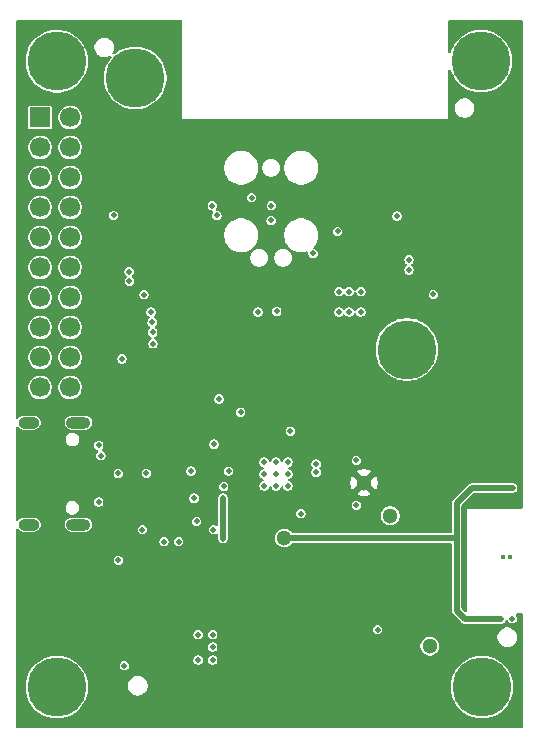
<source format=gbr>
%TF.GenerationSoftware,KiCad,Pcbnew,9.0.4-9.0.4-0~ubuntu24.04.1*%
%TF.CreationDate,2025-09-26T14:01:36+02:00*%
%TF.ProjectId,Sensor_Node_Base,53656e73-6f72-45f4-9e6f-64655f426173,rev?*%
%TF.SameCoordinates,Original*%
%TF.FileFunction,Copper,L3,Inr*%
%TF.FilePolarity,Positive*%
%FSLAX46Y46*%
G04 Gerber Fmt 4.6, Leading zero omitted, Abs format (unit mm)*
G04 Created by KiCad (PCBNEW 9.0.4-9.0.4-0~ubuntu24.04.1) date 2025-09-26 14:01:36*
%MOMM*%
%LPD*%
G01*
G04 APERTURE LIST*
%TA.AperFunction,ComponentPad*%
%ADD10R,1.700000X1.700000*%
%TD*%
%TA.AperFunction,ComponentPad*%
%ADD11C,1.700000*%
%TD*%
%TA.AperFunction,ComponentPad*%
%ADD12C,0.800000*%
%TD*%
%TA.AperFunction,ComponentPad*%
%ADD13C,5.000000*%
%TD*%
%TA.AperFunction,HeatsinkPad*%
%ADD14C,0.500000*%
%TD*%
%TA.AperFunction,ComponentPad*%
%ADD15O,2.100000X1.000000*%
%TD*%
%TA.AperFunction,ComponentPad*%
%ADD16O,1.800000X1.000000*%
%TD*%
%TA.AperFunction,ComponentPad*%
%ADD17C,1.300000*%
%TD*%
%TA.AperFunction,ComponentPad*%
%ADD18C,0.400000*%
%TD*%
%TA.AperFunction,ViaPad*%
%ADD19C,0.500000*%
%TD*%
%TA.AperFunction,Conductor*%
%ADD20C,0.500000*%
%TD*%
G04 APERTURE END LIST*
D10*
%TO.N,P1.08*%
%TO.C,J201*%
X123700000Y-86610000D03*
D11*
%TO.N,P0.30*%
X126240000Y-86610000D03*
%TO.N,P0.28*%
X123700000Y-89150000D03*
%TO.N,P0.03*%
X126240000Y-89150000D03*
%TO.N,P1.14*%
X123700000Y-91690000D03*
%TO.N,P1.12*%
X126240000Y-91690000D03*
%TO.N,P1.11*%
X123700000Y-94230000D03*
%TO.N,P0.10*%
X126240000Y-94230000D03*
%TO.N,P1.10*%
X123700000Y-96770000D03*
%TO.N,P1.13*%
X126240000Y-96770000D03*
%TO.N,P1.15*%
X123700000Y-99310000D03*
%TO.N,P0.29*%
X126240000Y-99310000D03*
%TO.N,P0.31*%
X123700000Y-101850000D03*
%TO.N,unconnected-(J201-Pin_14-Pad14)*%
X126240000Y-101850000D03*
%TO.N,unconnected-(J201-Pin_15-Pad15)*%
X123700000Y-104390000D03*
%TO.N,P0.26*%
X126240000Y-104390000D03*
%TO.N,P0.11*%
X123700000Y-106930000D03*
%TO.N,P0.27*%
X126240000Y-106930000D03*
%TO.N,P0.05*%
X123700000Y-109470000D03*
%TO.N,P0.06*%
X126240000Y-109470000D03*
%TD*%
D12*
%TO.N,GND*%
%TO.C,M201*%
X156635000Y-106270000D03*
X156085825Y-107595825D03*
X156085825Y-104944175D03*
X154760000Y-108145000D03*
D13*
X154760000Y-106270000D03*
D12*
X154760000Y-104395000D03*
X153434175Y-107595825D03*
X153434175Y-104944175D03*
X152885000Y-106270000D03*
X133635000Y-83270000D03*
X133085825Y-84595825D03*
X133085825Y-81944175D03*
X131760000Y-85145000D03*
D13*
X131760000Y-83270000D03*
D12*
X131760000Y-81395000D03*
X130434175Y-84595825D03*
X130434175Y-81944175D03*
X129885000Y-83270000D03*
%TD*%
D14*
%TO.N,GND*%
%TO.C,IC302*%
X144680000Y-117810000D03*
X144680000Y-116810000D03*
X144680000Y-115810000D03*
X143680000Y-117810000D03*
X143680000Y-116810000D03*
X143680000Y-115810000D03*
X142680000Y-117810000D03*
X142680000Y-116810000D03*
X142680000Y-115810000D03*
%TD*%
D12*
%TO.N,GND*%
%TO.C,MH103*%
X159155000Y-81855825D03*
X159704175Y-80530000D03*
X159704175Y-83181650D03*
X161030000Y-79980825D03*
D13*
X161030000Y-81855825D03*
D12*
X161030000Y-83730825D03*
X162355825Y-80530000D03*
X162355825Y-83181650D03*
X162905000Y-81855825D03*
%TD*%
%TO.N,GND*%
%TO.C,MH101*%
X123245000Y-81865825D03*
X123794175Y-80540000D03*
X123794175Y-83191650D03*
X125120000Y-79990825D03*
D13*
X125120000Y-81865825D03*
D12*
X125120000Y-83740825D03*
X126445825Y-80540000D03*
X126445825Y-83191650D03*
X126995000Y-81865825D03*
%TD*%
D15*
%TO.N,GND*%
%TO.C,CON101*%
X126950000Y-112460000D03*
D16*
X122750000Y-112460000D03*
D15*
X126950000Y-121100000D03*
D16*
X122750000Y-121100000D03*
%TD*%
D17*
%TO.N,/MCU/+1.8V_LS1*%
%TO.C,TP309*%
X144390000Y-122230000D03*
%TD*%
%TO.N,/MCU/+1.8V_VDD_nRF*%
%TO.C,TP308*%
X151130000Y-117560000D03*
%TD*%
D12*
%TO.N,GND*%
%TO.C,MH102*%
X159245000Y-134855825D03*
X159794175Y-133530000D03*
X159794175Y-136181650D03*
X161120000Y-132980825D03*
D13*
X161120000Y-134855825D03*
D12*
X161120000Y-136730825D03*
X162445825Y-133530000D03*
X162445825Y-136181650D03*
X162995000Y-134855825D03*
%TD*%
D18*
%TO.N,unconnected-(IC202-THPAD-Pad5)_1*%
%TO.C,IC202*%
X163500000Y-123850000D03*
%TO.N,unconnected-(IC202-THPAD-Pad5)_2*%
X162900000Y-123850000D03*
%TD*%
D17*
%TO.N,GND*%
%TO.C,TP303*%
X156710000Y-131380000D03*
%TD*%
%TO.N,/MCU/+5V_VBUS*%
%TO.C,TP307*%
X153350000Y-120350000D03*
%TD*%
D12*
%TO.N,GND*%
%TO.C,MH104*%
X123245000Y-134855825D03*
X123794175Y-133530000D03*
X123794175Y-136181650D03*
X125120000Y-132980825D03*
D13*
X125120000Y-134855825D03*
D12*
X125120000Y-136730825D03*
X126445825Y-133530000D03*
X126445825Y-136181650D03*
X126995000Y-134855825D03*
%TD*%
D19*
%TO.N,/MCU/+1.8V_VDD_nRF*%
X150880000Y-126080000D03*
%TO.N,/MCU/+1.8V_LS1*%
X160750000Y-118000000D03*
X162720000Y-129070000D03*
X163720000Y-118000000D03*
%TO.N,GND*%
X136480000Y-116560000D03*
X153920000Y-94970000D03*
X130330000Y-124120000D03*
X141610000Y-93410000D03*
X138320000Y-130400000D03*
X150480000Y-119460000D03*
X138320000Y-131460000D03*
X132500000Y-101620000D03*
X132700000Y-116750000D03*
X163680000Y-129060000D03*
X137090000Y-132560000D03*
X129920000Y-94910000D03*
X135430000Y-122530000D03*
X130840000Y-133040000D03*
X137090000Y-130400000D03*
X138420000Y-114280000D03*
X152270500Y-129985000D03*
X144890000Y-113190000D03*
X136750000Y-118860000D03*
X138320000Y-132560000D03*
X157000000Y-101610000D03*
X150480000Y-115660000D03*
X138850000Y-110450000D03*
X140680000Y-111570000D03*
%TO.N,/POWER/+5V_VBUSIN*%
X128670000Y-119180000D03*
X130320000Y-116760000D03*
X139250000Y-117860000D03*
X128670000Y-114380000D03*
%TO.N,/MCU/+1.8V_VDD_nRF*%
X144920000Y-92720000D03*
X148080000Y-120490000D03*
X132100000Y-95480000D03*
X145480000Y-108980000D03*
X143930000Y-111560000D03*
X143130000Y-120210000D03*
X129920000Y-101610000D03*
X155680000Y-129560000D03*
X156110000Y-95470000D03*
X140310000Y-109000000D03*
X153020000Y-101070000D03*
%TO.N,/POWER/VSYS*%
X145780000Y-120160000D03*
X147080000Y-116660000D03*
X139660000Y-116560000D03*
X147080000Y-115960000D03*
%TO.N,/POWER/CC2*%
X132370000Y-121520000D03*
X138380000Y-121520000D03*
%TO.N,/POWER/CC1*%
X128850000Y-115250000D03*
X136960000Y-120830000D03*
%TO.N,NRF_SWCLK*%
X148890000Y-96270000D03*
%TO.N,NRF_SWDIO*%
X146820000Y-98136450D03*
%TO.N,NRF_UART_TX*%
X131270000Y-100480000D03*
X138670000Y-94920000D03*
X143270000Y-95340000D03*
%TO.N,NRF_UART_RX*%
X143280000Y-94080000D03*
X138280000Y-94080000D03*
X131250000Y-99670000D03*
%TO.N,/MCU/LS1_CTRL*%
X149020000Y-103090000D03*
X149020000Y-101360000D03*
%TO.N,/MCU/NRF_PMIC_SDA*%
X143740000Y-103040000D03*
X154930000Y-99520000D03*
%TO.N,/MCU/NRF_PMIC_SCL*%
X142160000Y-103090000D03*
X154930000Y-98670000D03*
%TO.N,/MCU/NRF_PMIC_INT*%
X149870000Y-101360000D03*
X149870000Y-103090000D03*
%TO.N,P0.27*%
X133190000Y-103970000D03*
%TO.N,P0.06*%
X133260000Y-105780000D03*
%TO.N,P0.11*%
X133100000Y-103090000D03*
%TO.N,P0.05*%
X133240000Y-104820000D03*
%TO.N,/MCU/+5V_VBUS*%
X139190000Y-118860000D03*
X139190000Y-122270000D03*
%TO.N,/MCU/NRF_PMIC_RST*%
X150860000Y-103090000D03*
X150870000Y-101370000D03*
%TO.N,P0.04*%
X130640000Y-107060000D03*
X134190000Y-122530000D03*
%TD*%
D20*
%TO.N,/MCU/+1.8V_LS1*%
X158980000Y-119270000D02*
X160250000Y-118000000D01*
X158980000Y-128370000D02*
X158980000Y-119270000D01*
X162720000Y-129070000D02*
X159680000Y-129070000D01*
X158970000Y-122230000D02*
X158980000Y-122220000D01*
X144390000Y-122230000D02*
X158970000Y-122230000D01*
X159680000Y-129070000D02*
X158980000Y-128370000D01*
X160750000Y-118000000D02*
X163720000Y-118000000D01*
X160250000Y-118000000D02*
X160750000Y-118000000D01*
%TO.N,/MCU/+5V_VBUS*%
X139190000Y-118860000D02*
X139190000Y-122270000D01*
%TD*%
%TA.AperFunction,Conductor*%
%TO.N,/MCU/+1.8V_VDD_nRF*%
G36*
X135703039Y-78411010D02*
G01*
X135748794Y-78463814D01*
X135760000Y-78515325D01*
X135760000Y-79770000D01*
X135760000Y-86770000D01*
X158260000Y-86770000D01*
X158260000Y-85748592D01*
X158823500Y-85748592D01*
X158823500Y-85911407D01*
X158855259Y-86071073D01*
X158855262Y-86071082D01*
X158917562Y-86221490D01*
X158917563Y-86221492D01*
X159008015Y-86356862D01*
X159008018Y-86356866D01*
X159123133Y-86471981D01*
X159123137Y-86471984D01*
X159258505Y-86562435D01*
X159258506Y-86562435D01*
X159258507Y-86562436D01*
X159258509Y-86562437D01*
X159358781Y-86603970D01*
X159408919Y-86624738D01*
X159408921Y-86624738D01*
X159408926Y-86624740D01*
X159568592Y-86656499D01*
X159568595Y-86656500D01*
X159568597Y-86656500D01*
X159731405Y-86656500D01*
X159731406Y-86656499D01*
X159784629Y-86645912D01*
X159891073Y-86624740D01*
X159891076Y-86624738D01*
X159891081Y-86624738D01*
X160041495Y-86562435D01*
X160176863Y-86471984D01*
X160291984Y-86356863D01*
X160382435Y-86221495D01*
X160444738Y-86071081D01*
X160476500Y-85911403D01*
X160476500Y-85748597D01*
X160476500Y-85748594D01*
X160476499Y-85748592D01*
X160444740Y-85588926D01*
X160444737Y-85588917D01*
X160382437Y-85438509D01*
X160382436Y-85438507D01*
X160291984Y-85303137D01*
X160291981Y-85303133D01*
X160176866Y-85188018D01*
X160176862Y-85188015D01*
X160041492Y-85097563D01*
X160041490Y-85097562D01*
X159891082Y-85035262D01*
X159891073Y-85035259D01*
X159731406Y-85003500D01*
X159731403Y-85003500D01*
X159568597Y-85003500D01*
X159568594Y-85003500D01*
X159408926Y-85035259D01*
X159408917Y-85035262D01*
X159258509Y-85097562D01*
X159258507Y-85097563D01*
X159123137Y-85188015D01*
X159123133Y-85188018D01*
X159008018Y-85303133D01*
X159008015Y-85303137D01*
X158917563Y-85438507D01*
X158917562Y-85438509D01*
X158855262Y-85588917D01*
X158855259Y-85588926D01*
X158823500Y-85748592D01*
X158260000Y-85748592D01*
X158260000Y-82694463D01*
X158279685Y-82627424D01*
X158332489Y-82581669D01*
X158401647Y-82571725D01*
X158465203Y-82600750D01*
X158501041Y-82653508D01*
X158577400Y-82871729D01*
X158706563Y-83139939D01*
X158712848Y-83149942D01*
X158864950Y-83392010D01*
X159050562Y-83624759D01*
X159261066Y-83835263D01*
X159493815Y-84020875D01*
X159745883Y-84179260D01*
X160014099Y-84308426D01*
X160225135Y-84382270D01*
X160295079Y-84406745D01*
X160295087Y-84406748D01*
X160295090Y-84406748D01*
X160295091Y-84406749D01*
X160585325Y-84472993D01*
X160881147Y-84506324D01*
X160881148Y-84506325D01*
X160881151Y-84506325D01*
X161178852Y-84506325D01*
X161178852Y-84506324D01*
X161474675Y-84472993D01*
X161764909Y-84406749D01*
X162045901Y-84308426D01*
X162314117Y-84179260D01*
X162566185Y-84020875D01*
X162798934Y-83835263D01*
X163009438Y-83624759D01*
X163195050Y-83392010D01*
X163353435Y-83139942D01*
X163482601Y-82871726D01*
X163580924Y-82590734D01*
X163647168Y-82300500D01*
X163680500Y-82004674D01*
X163680500Y-81706976D01*
X163647168Y-81411150D01*
X163580924Y-81120916D01*
X163482601Y-80839924D01*
X163353435Y-80571708D01*
X163195050Y-80319640D01*
X163009438Y-80086891D01*
X162798934Y-79876387D01*
X162566185Y-79690775D01*
X162314117Y-79532390D01*
X162314114Y-79532388D01*
X162045904Y-79403225D01*
X161764920Y-79304904D01*
X161764912Y-79304901D01*
X161547233Y-79255218D01*
X161474675Y-79238657D01*
X161474671Y-79238656D01*
X161474662Y-79238655D01*
X161178853Y-79205325D01*
X161178849Y-79205325D01*
X160881151Y-79205325D01*
X160881146Y-79205325D01*
X160585337Y-79238655D01*
X160585325Y-79238657D01*
X160295087Y-79304901D01*
X160295079Y-79304904D01*
X160014095Y-79403225D01*
X159745885Y-79532388D01*
X159493816Y-79690774D01*
X159261066Y-79876386D01*
X159050561Y-80086891D01*
X158864949Y-80319641D01*
X158706563Y-80571710D01*
X158577400Y-80839920D01*
X158501041Y-81058141D01*
X158460320Y-81114917D01*
X158395367Y-81140664D01*
X158326805Y-81127208D01*
X158276402Y-81078820D01*
X158260000Y-81017186D01*
X158260000Y-78515325D01*
X158279685Y-78448286D01*
X158332489Y-78402531D01*
X158384000Y-78391325D01*
X164470500Y-78391325D01*
X164537539Y-78411010D01*
X164583294Y-78463814D01*
X164594500Y-78515325D01*
X164594500Y-119616000D01*
X164574815Y-119683039D01*
X164522011Y-119728794D01*
X164470500Y-119740000D01*
X159870000Y-119740000D01*
X159879745Y-128403851D01*
X159860136Y-128470912D01*
X159807383Y-128516726D01*
X159738236Y-128526748D01*
X159674648Y-128497794D01*
X159668064Y-128491671D01*
X159416819Y-128240426D01*
X159383334Y-128179103D01*
X159380500Y-128152745D01*
X159380500Y-119487255D01*
X159400185Y-119420216D01*
X159416819Y-119399574D01*
X160379574Y-118436819D01*
X160440897Y-118403334D01*
X160467255Y-118400500D01*
X163772725Y-118400500D01*
X163772727Y-118400500D01*
X163874587Y-118373207D01*
X163965913Y-118320480D01*
X164040480Y-118245913D01*
X164093207Y-118154587D01*
X164120500Y-118052727D01*
X164120500Y-117947273D01*
X164093207Y-117845413D01*
X164040480Y-117754087D01*
X163965913Y-117679520D01*
X163874587Y-117626793D01*
X163772727Y-117599500D01*
X160802727Y-117599500D01*
X160302727Y-117599500D01*
X160197273Y-117599500D01*
X160095410Y-117626793D01*
X160004087Y-117679520D01*
X160004084Y-117679522D01*
X158659522Y-119024084D01*
X158659520Y-119024087D01*
X158606793Y-119115412D01*
X158589359Y-119180478D01*
X158581588Y-119209481D01*
X158581587Y-119209484D01*
X158579500Y-119217272D01*
X158579500Y-121705500D01*
X158559815Y-121772539D01*
X158507011Y-121818294D01*
X158455500Y-121829500D01*
X145151427Y-121829500D01*
X145084388Y-121809815D01*
X145048325Y-121774390D01*
X145011792Y-121719715D01*
X145011786Y-121719707D01*
X144900292Y-121608213D01*
X144900288Y-121608210D01*
X144769185Y-121520609D01*
X144769172Y-121520602D01*
X144623501Y-121460264D01*
X144623489Y-121460261D01*
X144468845Y-121429500D01*
X144468842Y-121429500D01*
X144311158Y-121429500D01*
X144311155Y-121429500D01*
X144156510Y-121460261D01*
X144156498Y-121460264D01*
X144010827Y-121520602D01*
X144010814Y-121520609D01*
X143879711Y-121608210D01*
X143879707Y-121608213D01*
X143768213Y-121719707D01*
X143768210Y-121719711D01*
X143680609Y-121850814D01*
X143680602Y-121850827D01*
X143620264Y-121996498D01*
X143620261Y-121996510D01*
X143589500Y-122151153D01*
X143589500Y-122308846D01*
X143620261Y-122463489D01*
X143620264Y-122463501D01*
X143680602Y-122609172D01*
X143680609Y-122609185D01*
X143768210Y-122740288D01*
X143768213Y-122740292D01*
X143879707Y-122851786D01*
X143879711Y-122851789D01*
X144010814Y-122939390D01*
X144010827Y-122939397D01*
X144156498Y-122999735D01*
X144156503Y-122999737D01*
X144311153Y-123030499D01*
X144311156Y-123030500D01*
X144311158Y-123030500D01*
X144468844Y-123030500D01*
X144468845Y-123030499D01*
X144623497Y-122999737D01*
X144769179Y-122939394D01*
X144900289Y-122851789D01*
X145011789Y-122740289D01*
X145048325Y-122685610D01*
X145101937Y-122640804D01*
X145151427Y-122630500D01*
X158455500Y-122630500D01*
X158522539Y-122650185D01*
X158568294Y-122702989D01*
X158579500Y-122754500D01*
X158579500Y-128422726D01*
X158606793Y-128524589D01*
X158608040Y-128526748D01*
X158659520Y-128615913D01*
X159359519Y-129315912D01*
X159359520Y-129315913D01*
X159434087Y-129390480D01*
X159525413Y-129443207D01*
X159627273Y-129470500D01*
X159627275Y-129470500D01*
X162772725Y-129470500D01*
X162772727Y-129470500D01*
X162874587Y-129443207D01*
X162965913Y-129390480D01*
X163040480Y-129315913D01*
X163093207Y-129224587D01*
X163093207Y-129224584D01*
X163095499Y-129220616D01*
X163146065Y-129172400D01*
X163214672Y-129159176D01*
X163279537Y-129185144D01*
X163310272Y-129220612D01*
X163359520Y-129305913D01*
X163434087Y-129380480D01*
X163525413Y-129433207D01*
X163627273Y-129460500D01*
X163627275Y-129460500D01*
X163732725Y-129460500D01*
X163732727Y-129460500D01*
X163834587Y-129433207D01*
X163925913Y-129380480D01*
X164000480Y-129305913D01*
X164053207Y-129214587D01*
X164080500Y-129112727D01*
X164080500Y-129007273D01*
X164053207Y-128905413D01*
X164000480Y-128814087D01*
X164000478Y-128814085D01*
X164000477Y-128814083D01*
X163995531Y-128807637D01*
X163996806Y-128806658D01*
X163967838Y-128753607D01*
X163972822Y-128683915D01*
X164014694Y-128627982D01*
X164080158Y-128603565D01*
X164088215Y-128603252D01*
X164469712Y-128600827D01*
X164536875Y-128620085D01*
X164582965Y-128672597D01*
X164594500Y-128724824D01*
X164594500Y-138206325D01*
X164574815Y-138273364D01*
X164522011Y-138319119D01*
X164470500Y-138330325D01*
X121769500Y-138330325D01*
X121702461Y-138310640D01*
X121656706Y-138257836D01*
X121645500Y-138206325D01*
X121645500Y-134706971D01*
X122469500Y-134706971D01*
X122469500Y-135004678D01*
X122502830Y-135300487D01*
X122502832Y-135300499D01*
X122569076Y-135590737D01*
X122569079Y-135590745D01*
X122667400Y-135871729D01*
X122796563Y-136139939D01*
X122796565Y-136139942D01*
X122954950Y-136392010D01*
X123140562Y-136624759D01*
X123351066Y-136835263D01*
X123583815Y-137020875D01*
X123835883Y-137179260D01*
X124104099Y-137308426D01*
X124315135Y-137382270D01*
X124385079Y-137406745D01*
X124385087Y-137406748D01*
X124385090Y-137406748D01*
X124385091Y-137406749D01*
X124675325Y-137472993D01*
X124971147Y-137506324D01*
X124971148Y-137506325D01*
X124971151Y-137506325D01*
X125268852Y-137506325D01*
X125268852Y-137506324D01*
X125564675Y-137472993D01*
X125854909Y-137406749D01*
X126135901Y-137308426D01*
X126404117Y-137179260D01*
X126656185Y-137020875D01*
X126888934Y-136835263D01*
X127099438Y-136624759D01*
X127285050Y-136392010D01*
X127443435Y-136139942D01*
X127572601Y-135871726D01*
X127670924Y-135590734D01*
X127737168Y-135300500D01*
X127770500Y-135004674D01*
X127770500Y-134706976D01*
X127765048Y-134658592D01*
X131153500Y-134658592D01*
X131153500Y-134821407D01*
X131185259Y-134981073D01*
X131185262Y-134981082D01*
X131247562Y-135131490D01*
X131247563Y-135131492D01*
X131338015Y-135266862D01*
X131338018Y-135266866D01*
X131453133Y-135381981D01*
X131453137Y-135381984D01*
X131588505Y-135472435D01*
X131588506Y-135472435D01*
X131588507Y-135472436D01*
X131588509Y-135472437D01*
X131688781Y-135513970D01*
X131738919Y-135534738D01*
X131738921Y-135534738D01*
X131738926Y-135534740D01*
X131898592Y-135566499D01*
X131898595Y-135566500D01*
X131898597Y-135566500D01*
X132061405Y-135566500D01*
X132061406Y-135566499D01*
X132114629Y-135555912D01*
X132221073Y-135534740D01*
X132221076Y-135534738D01*
X132221081Y-135534738D01*
X132371495Y-135472435D01*
X132506863Y-135381984D01*
X132621984Y-135266863D01*
X132712435Y-135131495D01*
X132774738Y-134981081D01*
X132806500Y-134821403D01*
X132806500Y-134706971D01*
X158469500Y-134706971D01*
X158469500Y-135004678D01*
X158502830Y-135300487D01*
X158502832Y-135300499D01*
X158569076Y-135590737D01*
X158569079Y-135590745D01*
X158667400Y-135871729D01*
X158796563Y-136139939D01*
X158796565Y-136139942D01*
X158954950Y-136392010D01*
X159140562Y-136624759D01*
X159351066Y-136835263D01*
X159583815Y-137020875D01*
X159835883Y-137179260D01*
X160104099Y-137308426D01*
X160315135Y-137382270D01*
X160385079Y-137406745D01*
X160385087Y-137406748D01*
X160385090Y-137406748D01*
X160385091Y-137406749D01*
X160675325Y-137472993D01*
X160971147Y-137506324D01*
X160971148Y-137506325D01*
X160971151Y-137506325D01*
X161268852Y-137506325D01*
X161268852Y-137506324D01*
X161564675Y-137472993D01*
X161854909Y-137406749D01*
X162135901Y-137308426D01*
X162404117Y-137179260D01*
X162656185Y-137020875D01*
X162888934Y-136835263D01*
X163099438Y-136624759D01*
X163285050Y-136392010D01*
X163443435Y-136139942D01*
X163572601Y-135871726D01*
X163670924Y-135590734D01*
X163737168Y-135300500D01*
X163770500Y-135004674D01*
X163770500Y-134706976D01*
X163737168Y-134411150D01*
X163670924Y-134120916D01*
X163572601Y-133839924D01*
X163443435Y-133571708D01*
X163285050Y-133319640D01*
X163099438Y-133086891D01*
X162888934Y-132876387D01*
X162656185Y-132690775D01*
X162404117Y-132532390D01*
X162404114Y-132532388D01*
X162135904Y-132403225D01*
X161854920Y-132304904D01*
X161854912Y-132304901D01*
X161637233Y-132255218D01*
X161564675Y-132238657D01*
X161564671Y-132238656D01*
X161564662Y-132238655D01*
X161268853Y-132205325D01*
X161268849Y-132205325D01*
X160971151Y-132205325D01*
X160971146Y-132205325D01*
X160675337Y-132238655D01*
X160675325Y-132238657D01*
X160385087Y-132304901D01*
X160385079Y-132304904D01*
X160104095Y-132403225D01*
X159835885Y-132532388D01*
X159583816Y-132690774D01*
X159351066Y-132876386D01*
X159140561Y-133086891D01*
X158954949Y-133319641D01*
X158796563Y-133571710D01*
X158667400Y-133839920D01*
X158569079Y-134120904D01*
X158569076Y-134120912D01*
X158502832Y-134411150D01*
X158502830Y-134411162D01*
X158469500Y-134706971D01*
X132806500Y-134706971D01*
X132806500Y-134658597D01*
X132806500Y-134658594D01*
X132806499Y-134658592D01*
X132774740Y-134498926D01*
X132774737Y-134498917D01*
X132712437Y-134348509D01*
X132712436Y-134348507D01*
X132621984Y-134213137D01*
X132621981Y-134213133D01*
X132506866Y-134098018D01*
X132506862Y-134098015D01*
X132371492Y-134007563D01*
X132371490Y-134007562D01*
X132221082Y-133945262D01*
X132221073Y-133945259D01*
X132061406Y-133913500D01*
X132061403Y-133913500D01*
X131898597Y-133913500D01*
X131898594Y-133913500D01*
X131738926Y-133945259D01*
X131738917Y-133945262D01*
X131588509Y-134007562D01*
X131588507Y-134007563D01*
X131453137Y-134098015D01*
X131453133Y-134098018D01*
X131338018Y-134213133D01*
X131338015Y-134213137D01*
X131247563Y-134348507D01*
X131247562Y-134348509D01*
X131185262Y-134498917D01*
X131185259Y-134498926D01*
X131153500Y-134658592D01*
X127765048Y-134658592D01*
X127737168Y-134411150D01*
X127670924Y-134120916D01*
X127572601Y-133839924D01*
X127443435Y-133571708D01*
X127285050Y-133319640D01*
X127099438Y-133086891D01*
X126999820Y-132987273D01*
X130439500Y-132987273D01*
X130439500Y-133092727D01*
X130466793Y-133194587D01*
X130519520Y-133285913D01*
X130594087Y-133360480D01*
X130685413Y-133413207D01*
X130787273Y-133440500D01*
X130787275Y-133440500D01*
X130892725Y-133440500D01*
X130892727Y-133440500D01*
X130994587Y-133413207D01*
X131085913Y-133360480D01*
X131160480Y-133285913D01*
X131213207Y-133194587D01*
X131240500Y-133092727D01*
X131240500Y-132987273D01*
X131213207Y-132885413D01*
X131160480Y-132794087D01*
X131085913Y-132719520D01*
X130994587Y-132666793D01*
X130892727Y-132639500D01*
X130787273Y-132639500D01*
X130685413Y-132666793D01*
X130685410Y-132666794D01*
X130594085Y-132719521D01*
X130519521Y-132794085D01*
X130466794Y-132885410D01*
X130466793Y-132885413D01*
X130439500Y-132987273D01*
X126999820Y-132987273D01*
X126888934Y-132876387D01*
X126656185Y-132690775D01*
X126404117Y-132532390D01*
X126404114Y-132532388D01*
X126351962Y-132507273D01*
X136689500Y-132507273D01*
X136689500Y-132612727D01*
X136716793Y-132714587D01*
X136769520Y-132805913D01*
X136844087Y-132880480D01*
X136935413Y-132933207D01*
X137037273Y-132960500D01*
X137037275Y-132960500D01*
X137142725Y-132960500D01*
X137142727Y-132960500D01*
X137244587Y-132933207D01*
X137335913Y-132880480D01*
X137410480Y-132805913D01*
X137463207Y-132714587D01*
X137490500Y-132612727D01*
X137490500Y-132507273D01*
X137919500Y-132507273D01*
X137919500Y-132612727D01*
X137946793Y-132714587D01*
X137999520Y-132805913D01*
X138074087Y-132880480D01*
X138165413Y-132933207D01*
X138267273Y-132960500D01*
X138267275Y-132960500D01*
X138372725Y-132960500D01*
X138372727Y-132960500D01*
X138474587Y-132933207D01*
X138565913Y-132880480D01*
X138640480Y-132805913D01*
X138693207Y-132714587D01*
X138720500Y-132612727D01*
X138720500Y-132507273D01*
X138693207Y-132405413D01*
X138640480Y-132314087D01*
X138565913Y-132239520D01*
X138474587Y-132186793D01*
X138372727Y-132159500D01*
X138267273Y-132159500D01*
X138165413Y-132186793D01*
X138165410Y-132186794D01*
X138074085Y-132239521D01*
X137999521Y-132314085D01*
X137946794Y-132405410D01*
X137946793Y-132405413D01*
X137919500Y-132507273D01*
X137490500Y-132507273D01*
X137463207Y-132405413D01*
X137410480Y-132314087D01*
X137335913Y-132239520D01*
X137244587Y-132186793D01*
X137142727Y-132159500D01*
X137037273Y-132159500D01*
X136935413Y-132186793D01*
X136935410Y-132186794D01*
X136844085Y-132239521D01*
X136769521Y-132314085D01*
X136716794Y-132405410D01*
X136716793Y-132405413D01*
X136689500Y-132507273D01*
X126351962Y-132507273D01*
X126135904Y-132403225D01*
X125854920Y-132304904D01*
X125854912Y-132304901D01*
X125637233Y-132255218D01*
X125564675Y-132238657D01*
X125564671Y-132238656D01*
X125564662Y-132238655D01*
X125268853Y-132205325D01*
X125268849Y-132205325D01*
X124971151Y-132205325D01*
X124971146Y-132205325D01*
X124675337Y-132238655D01*
X124675325Y-132238657D01*
X124385087Y-132304901D01*
X124385079Y-132304904D01*
X124104095Y-132403225D01*
X123835885Y-132532388D01*
X123583816Y-132690774D01*
X123351066Y-132876386D01*
X123140561Y-133086891D01*
X122954949Y-133319641D01*
X122796563Y-133571710D01*
X122667400Y-133839920D01*
X122569079Y-134120904D01*
X122569076Y-134120912D01*
X122502832Y-134411150D01*
X122502830Y-134411162D01*
X122469500Y-134706971D01*
X121645500Y-134706971D01*
X121645500Y-131407273D01*
X137919500Y-131407273D01*
X137919500Y-131512727D01*
X137946793Y-131614587D01*
X137999520Y-131705913D01*
X138074087Y-131780480D01*
X138165413Y-131833207D01*
X138267273Y-131860500D01*
X138267275Y-131860500D01*
X138372725Y-131860500D01*
X138372727Y-131860500D01*
X138474587Y-131833207D01*
X138565913Y-131780480D01*
X138640480Y-131705913D01*
X138693207Y-131614587D01*
X138720500Y-131512727D01*
X138720500Y-131407273D01*
X138693207Y-131305413D01*
X138690747Y-131301153D01*
X155909500Y-131301153D01*
X155909500Y-131458846D01*
X155940261Y-131613489D01*
X155940264Y-131613501D01*
X156000602Y-131759172D01*
X156000609Y-131759185D01*
X156088210Y-131890288D01*
X156088213Y-131890292D01*
X156199707Y-132001786D01*
X156199711Y-132001789D01*
X156330814Y-132089390D01*
X156330827Y-132089397D01*
X156476498Y-132149735D01*
X156476503Y-132149737D01*
X156631153Y-132180499D01*
X156631156Y-132180500D01*
X156631158Y-132180500D01*
X156788844Y-132180500D01*
X156788845Y-132180499D01*
X156943497Y-132149737D01*
X157089179Y-132089394D01*
X157220289Y-132001789D01*
X157331789Y-131890289D01*
X157419394Y-131759179D01*
X157479737Y-131613497D01*
X157510500Y-131458842D01*
X157510500Y-131301158D01*
X157510500Y-131301155D01*
X157510499Y-131301153D01*
X157481798Y-131156866D01*
X157479737Y-131146503D01*
X157455005Y-131086794D01*
X157419397Y-131000827D01*
X157419390Y-131000814D01*
X157331789Y-130869711D01*
X157331786Y-130869707D01*
X157220292Y-130758213D01*
X157220288Y-130758210D01*
X157089185Y-130670609D01*
X157089176Y-130670604D01*
X157056491Y-130657066D01*
X157056489Y-130657065D01*
X156943501Y-130610264D01*
X156943489Y-130610261D01*
X156788845Y-130579500D01*
X156788842Y-130579500D01*
X156631158Y-130579500D01*
X156631155Y-130579500D01*
X156476510Y-130610261D01*
X156476498Y-130610264D01*
X156330827Y-130670602D01*
X156330814Y-130670609D01*
X156199711Y-130758210D01*
X156199707Y-130758213D01*
X156088213Y-130869707D01*
X156088210Y-130869711D01*
X156000609Y-131000814D01*
X156000602Y-131000827D01*
X155940264Y-131146498D01*
X155940261Y-131146510D01*
X155909500Y-131301153D01*
X138690747Y-131301153D01*
X138640480Y-131214087D01*
X138565913Y-131139520D01*
X138474587Y-131086793D01*
X138372727Y-131059500D01*
X138267273Y-131059500D01*
X138165413Y-131086793D01*
X138165410Y-131086794D01*
X138074085Y-131139521D01*
X137999521Y-131214085D01*
X137946794Y-131305410D01*
X137946793Y-131305413D01*
X137919500Y-131407273D01*
X121645500Y-131407273D01*
X121645500Y-130347273D01*
X136689500Y-130347273D01*
X136689500Y-130452727D01*
X136716793Y-130554587D01*
X136769520Y-130645913D01*
X136844087Y-130720480D01*
X136935413Y-130773207D01*
X137037273Y-130800500D01*
X137037275Y-130800500D01*
X137142725Y-130800500D01*
X137142727Y-130800500D01*
X137244587Y-130773207D01*
X137335913Y-130720480D01*
X137410480Y-130645913D01*
X137463207Y-130554587D01*
X137490500Y-130452727D01*
X137490500Y-130347273D01*
X137919500Y-130347273D01*
X137919500Y-130452727D01*
X137946793Y-130554587D01*
X137999520Y-130645913D01*
X138074087Y-130720480D01*
X138165413Y-130773207D01*
X138267273Y-130800500D01*
X138267275Y-130800500D01*
X138372725Y-130800500D01*
X138372727Y-130800500D01*
X138474587Y-130773207D01*
X138565913Y-130720480D01*
X138640480Y-130645913D01*
X138693207Y-130554587D01*
X138694813Y-130548592D01*
X162423500Y-130548592D01*
X162423500Y-130711407D01*
X162455259Y-130871073D01*
X162455262Y-130871082D01*
X162517562Y-131021490D01*
X162517563Y-131021492D01*
X162608015Y-131156862D01*
X162608018Y-131156866D01*
X162723133Y-131271981D01*
X162723137Y-131271984D01*
X162858505Y-131362435D01*
X162858506Y-131362435D01*
X162858507Y-131362436D01*
X162858509Y-131362437D01*
X162958781Y-131403970D01*
X163008919Y-131424738D01*
X163008921Y-131424738D01*
X163008926Y-131424740D01*
X163168592Y-131456499D01*
X163168595Y-131456500D01*
X163168597Y-131456500D01*
X163331405Y-131456500D01*
X163331406Y-131456499D01*
X163384629Y-131445912D01*
X163491073Y-131424740D01*
X163491076Y-131424738D01*
X163491081Y-131424738D01*
X163641495Y-131362435D01*
X163776863Y-131271984D01*
X163891984Y-131156863D01*
X163982435Y-131021495D01*
X164044738Y-130871081D01*
X164045012Y-130869707D01*
X164076499Y-130711407D01*
X164076500Y-130711405D01*
X164076500Y-130548594D01*
X164076499Y-130548592D01*
X164044740Y-130388926D01*
X164044737Y-130388917D01*
X163982437Y-130238509D01*
X163982436Y-130238507D01*
X163977362Y-130230914D01*
X163891984Y-130103137D01*
X163891981Y-130103133D01*
X163776866Y-129988018D01*
X163776862Y-129988015D01*
X163641492Y-129897563D01*
X163641490Y-129897562D01*
X163491082Y-129835262D01*
X163491073Y-129835259D01*
X163331406Y-129803500D01*
X163331403Y-129803500D01*
X163168597Y-129803500D01*
X163168594Y-129803500D01*
X163008926Y-129835259D01*
X163008917Y-129835262D01*
X162858509Y-129897562D01*
X162858507Y-129897563D01*
X162723137Y-129988015D01*
X162723133Y-129988018D01*
X162608018Y-130103133D01*
X162608015Y-130103137D01*
X162517563Y-130238507D01*
X162517562Y-130238509D01*
X162455262Y-130388917D01*
X162455259Y-130388926D01*
X162423500Y-130548592D01*
X138694813Y-130548592D01*
X138720500Y-130452727D01*
X138720500Y-130347273D01*
X138693207Y-130245413D01*
X138640480Y-130154087D01*
X138565913Y-130079520D01*
X138482794Y-130031531D01*
X138474589Y-130026794D01*
X138474588Y-130026793D01*
X138474587Y-130026793D01*
X138372727Y-129999500D01*
X138267273Y-129999500D01*
X138165413Y-130026793D01*
X138165410Y-130026794D01*
X138074085Y-130079521D01*
X137999521Y-130154085D01*
X137946794Y-130245410D01*
X137946793Y-130245413D01*
X137919500Y-130347273D01*
X137490500Y-130347273D01*
X137463207Y-130245413D01*
X137410480Y-130154087D01*
X137335913Y-130079520D01*
X137252797Y-130031533D01*
X137244589Y-130026794D01*
X137244588Y-130026793D01*
X137244587Y-130026793D01*
X137142727Y-129999500D01*
X137037273Y-129999500D01*
X136935413Y-130026793D01*
X136935410Y-130026794D01*
X136844085Y-130079521D01*
X136769521Y-130154085D01*
X136716794Y-130245410D01*
X136716793Y-130245413D01*
X136689500Y-130347273D01*
X121645500Y-130347273D01*
X121645500Y-129932273D01*
X151870000Y-129932273D01*
X151870000Y-130037727D01*
X151897293Y-130139587D01*
X151950020Y-130230913D01*
X152024587Y-130305480D01*
X152115913Y-130358207D01*
X152217773Y-130385500D01*
X152217775Y-130385500D01*
X152323225Y-130385500D01*
X152323227Y-130385500D01*
X152425087Y-130358207D01*
X152516413Y-130305480D01*
X152590980Y-130230913D01*
X152643707Y-130139587D01*
X152671000Y-130037727D01*
X152671000Y-129932273D01*
X152643707Y-129830413D01*
X152590980Y-129739087D01*
X152516413Y-129664520D01*
X152425087Y-129611793D01*
X152323227Y-129584500D01*
X152217773Y-129584500D01*
X152115913Y-129611793D01*
X152115910Y-129611794D01*
X152024585Y-129664521D01*
X151950021Y-129739085D01*
X151897294Y-129830410D01*
X151897293Y-129830413D01*
X151870000Y-129932273D01*
X121645500Y-129932273D01*
X121645500Y-124067273D01*
X129929500Y-124067273D01*
X129929500Y-124172727D01*
X129956793Y-124274587D01*
X130009520Y-124365913D01*
X130084087Y-124440480D01*
X130175413Y-124493207D01*
X130277273Y-124520500D01*
X130277275Y-124520500D01*
X130382725Y-124520500D01*
X130382727Y-124520500D01*
X130484587Y-124493207D01*
X130575913Y-124440480D01*
X130650480Y-124365913D01*
X130703207Y-124274587D01*
X130730500Y-124172727D01*
X130730500Y-124067273D01*
X130703207Y-123965413D01*
X130650480Y-123874087D01*
X130575913Y-123799520D01*
X130484587Y-123746793D01*
X130382727Y-123719500D01*
X130277273Y-123719500D01*
X130175413Y-123746793D01*
X130175410Y-123746794D01*
X130084085Y-123799521D01*
X130009521Y-123874085D01*
X129956794Y-123965410D01*
X129956793Y-123965413D01*
X129929500Y-124067273D01*
X121645500Y-124067273D01*
X121645500Y-122477273D01*
X133789500Y-122477273D01*
X133789500Y-122582727D01*
X133813019Y-122670500D01*
X133816793Y-122684586D01*
X133816794Y-122684589D01*
X133827417Y-122702989D01*
X133869520Y-122775913D01*
X133944087Y-122850480D01*
X134035413Y-122903207D01*
X134137273Y-122930500D01*
X134137275Y-122930500D01*
X134242725Y-122930500D01*
X134242727Y-122930500D01*
X134344587Y-122903207D01*
X134435913Y-122850480D01*
X134510480Y-122775913D01*
X134563207Y-122684587D01*
X134590500Y-122582727D01*
X134590500Y-122477273D01*
X135029500Y-122477273D01*
X135029500Y-122582727D01*
X135053019Y-122670500D01*
X135056793Y-122684586D01*
X135056794Y-122684589D01*
X135067417Y-122702989D01*
X135109520Y-122775913D01*
X135184087Y-122850480D01*
X135275413Y-122903207D01*
X135377273Y-122930500D01*
X135377275Y-122930500D01*
X135482725Y-122930500D01*
X135482727Y-122930500D01*
X135584587Y-122903207D01*
X135675913Y-122850480D01*
X135750480Y-122775913D01*
X135803207Y-122684587D01*
X135830500Y-122582727D01*
X135830500Y-122477273D01*
X135803207Y-122375413D01*
X135750480Y-122284087D01*
X135675913Y-122209520D01*
X135584587Y-122156793D01*
X135482727Y-122129500D01*
X135377273Y-122129500D01*
X135275413Y-122156793D01*
X135275410Y-122156794D01*
X135184085Y-122209521D01*
X135109521Y-122284085D01*
X135056794Y-122375410D01*
X135056793Y-122375413D01*
X135029500Y-122477273D01*
X134590500Y-122477273D01*
X134563207Y-122375413D01*
X134510480Y-122284087D01*
X134435913Y-122209520D01*
X134344587Y-122156793D01*
X134242727Y-122129500D01*
X134137273Y-122129500D01*
X134035413Y-122156793D01*
X134035410Y-122156794D01*
X133944085Y-122209521D01*
X133869521Y-122284085D01*
X133816794Y-122375410D01*
X133816793Y-122375413D01*
X133789500Y-122477273D01*
X121645500Y-122477273D01*
X121645500Y-121542111D01*
X121665185Y-121475072D01*
X121717989Y-121429317D01*
X121787147Y-121419373D01*
X121850703Y-121448398D01*
X121867877Y-121466626D01*
X121869478Y-121468713D01*
X121869480Y-121468716D01*
X121981284Y-121580520D01*
X121981286Y-121580521D01*
X121981290Y-121580524D01*
X122118209Y-121659573D01*
X122118216Y-121659577D01*
X122270943Y-121700500D01*
X122270945Y-121700500D01*
X123229055Y-121700500D01*
X123229057Y-121700500D01*
X123381784Y-121659577D01*
X123518716Y-121580520D01*
X123630520Y-121468716D01*
X123709577Y-121331784D01*
X123750500Y-121179057D01*
X123750500Y-121020943D01*
X125799500Y-121020943D01*
X125799500Y-121179057D01*
X125805971Y-121203205D01*
X125840423Y-121331783D01*
X125840426Y-121331790D01*
X125919475Y-121468709D01*
X125919479Y-121468714D01*
X125919480Y-121468716D01*
X126031284Y-121580520D01*
X126031286Y-121580521D01*
X126031290Y-121580524D01*
X126168209Y-121659573D01*
X126168216Y-121659577D01*
X126320943Y-121700500D01*
X126320945Y-121700500D01*
X127579055Y-121700500D01*
X127579057Y-121700500D01*
X127731784Y-121659577D01*
X127868716Y-121580520D01*
X127980520Y-121468716D01*
X127981353Y-121467273D01*
X131969500Y-121467273D01*
X131969500Y-121572727D01*
X131996793Y-121674587D01*
X132049520Y-121765913D01*
X132124087Y-121840480D01*
X132215413Y-121893207D01*
X132317273Y-121920500D01*
X132317275Y-121920500D01*
X132422725Y-121920500D01*
X132422727Y-121920500D01*
X132524587Y-121893207D01*
X132615913Y-121840480D01*
X132690480Y-121765913D01*
X132743207Y-121674587D01*
X132770500Y-121572727D01*
X132770500Y-121467273D01*
X137979500Y-121467273D01*
X137979500Y-121572727D01*
X138006793Y-121674587D01*
X138059520Y-121765913D01*
X138134087Y-121840480D01*
X138225413Y-121893207D01*
X138327273Y-121920500D01*
X138327275Y-121920500D01*
X138432725Y-121920500D01*
X138432727Y-121920500D01*
X138534587Y-121893207D01*
X138603501Y-121853419D01*
X138671399Y-121836946D01*
X138737426Y-121859798D01*
X138780617Y-121914719D01*
X138789500Y-121960806D01*
X138789500Y-122322727D01*
X138816793Y-122424587D01*
X138869520Y-122515913D01*
X138944087Y-122590480D01*
X139035413Y-122643207D01*
X139137273Y-122670500D01*
X139137275Y-122670500D01*
X139242725Y-122670500D01*
X139242727Y-122670500D01*
X139344587Y-122643207D01*
X139435913Y-122590480D01*
X139510480Y-122515913D01*
X139563207Y-122424587D01*
X139590500Y-122322727D01*
X139590500Y-120107273D01*
X145379500Y-120107273D01*
X145379500Y-120212727D01*
X145406793Y-120314587D01*
X145459520Y-120405913D01*
X145534087Y-120480480D01*
X145625413Y-120533207D01*
X145727273Y-120560500D01*
X145727275Y-120560500D01*
X145832725Y-120560500D01*
X145832727Y-120560500D01*
X145934587Y-120533207D01*
X146025913Y-120480480D01*
X146100480Y-120405913D01*
X146153207Y-120314587D01*
X146164845Y-120271153D01*
X152549500Y-120271153D01*
X152549500Y-120428846D01*
X152580261Y-120583489D01*
X152580264Y-120583501D01*
X152640602Y-120729172D01*
X152640609Y-120729185D01*
X152728210Y-120860288D01*
X152728213Y-120860292D01*
X152839707Y-120971786D01*
X152839711Y-120971789D01*
X152970814Y-121059390D01*
X152970827Y-121059397D01*
X153115931Y-121119500D01*
X153116503Y-121119737D01*
X153252522Y-121146793D01*
X153271153Y-121150499D01*
X153271156Y-121150500D01*
X153271158Y-121150500D01*
X153428844Y-121150500D01*
X153428845Y-121150499D01*
X153583497Y-121119737D01*
X153729179Y-121059394D01*
X153860289Y-120971789D01*
X153971789Y-120860289D01*
X154059394Y-120729179D01*
X154119737Y-120583497D01*
X154150500Y-120428842D01*
X154150500Y-120271158D01*
X154150500Y-120271155D01*
X154150499Y-120271153D01*
X154122524Y-120130514D01*
X154119737Y-120116503D01*
X154081159Y-120023367D01*
X154059397Y-119970827D01*
X154059390Y-119970814D01*
X153971789Y-119839711D01*
X153971786Y-119839707D01*
X153860292Y-119728213D01*
X153860288Y-119728210D01*
X153729185Y-119640609D01*
X153729172Y-119640602D01*
X153583501Y-119580264D01*
X153583489Y-119580261D01*
X153428845Y-119549500D01*
X153428842Y-119549500D01*
X153271158Y-119549500D01*
X153271155Y-119549500D01*
X153116510Y-119580261D01*
X153116498Y-119580264D01*
X152970827Y-119640602D01*
X152970814Y-119640609D01*
X152839711Y-119728210D01*
X152839707Y-119728213D01*
X152728213Y-119839707D01*
X152728210Y-119839711D01*
X152640609Y-119970814D01*
X152640602Y-119970827D01*
X152580264Y-120116498D01*
X152580261Y-120116510D01*
X152549500Y-120271153D01*
X146164845Y-120271153D01*
X146180500Y-120212727D01*
X146180500Y-120107273D01*
X146153207Y-120005413D01*
X146100480Y-119914087D01*
X146025913Y-119839520D01*
X145934587Y-119786793D01*
X145832727Y-119759500D01*
X145727273Y-119759500D01*
X145625413Y-119786793D01*
X145625410Y-119786794D01*
X145534085Y-119839521D01*
X145459521Y-119914085D01*
X145406794Y-120005410D01*
X145406793Y-120005413D01*
X145379500Y-120107273D01*
X139590500Y-120107273D01*
X139590500Y-119407273D01*
X150079500Y-119407273D01*
X150079500Y-119512727D01*
X150106793Y-119614587D01*
X150159520Y-119705913D01*
X150234087Y-119780480D01*
X150325413Y-119833207D01*
X150427273Y-119860500D01*
X150427275Y-119860500D01*
X150532725Y-119860500D01*
X150532727Y-119860500D01*
X150634587Y-119833207D01*
X150725913Y-119780480D01*
X150800480Y-119705913D01*
X150853207Y-119614587D01*
X150880500Y-119512727D01*
X150880500Y-119407273D01*
X150853207Y-119305413D01*
X150800480Y-119214087D01*
X150725913Y-119139520D01*
X150634587Y-119086793D01*
X150532727Y-119059500D01*
X150427273Y-119059500D01*
X150325413Y-119086793D01*
X150325410Y-119086794D01*
X150234085Y-119139521D01*
X150159521Y-119214085D01*
X150106794Y-119305410D01*
X150106793Y-119305413D01*
X150079500Y-119407273D01*
X139590500Y-119407273D01*
X139590500Y-118807273D01*
X139563207Y-118705413D01*
X139510480Y-118614087D01*
X139435913Y-118539520D01*
X139344587Y-118486793D01*
X139328829Y-118482570D01*
X139311951Y-118471377D01*
X139301968Y-118459515D01*
X139288729Y-118451445D01*
X139279928Y-118433327D01*
X139266961Y-118417919D01*
X139264975Y-118402542D01*
X139258202Y-118388597D01*
X139260593Y-118368599D01*
X139258015Y-118348625D01*
X139264657Y-118334617D01*
X139266499Y-118319222D01*
X139279323Y-118303690D01*
X139287953Y-118285494D01*
X139301114Y-118277300D01*
X139310987Y-118265345D01*
X139346022Y-118249345D01*
X139347269Y-118248570D01*
X139347707Y-118248576D01*
X139348390Y-118248264D01*
X139404587Y-118233207D01*
X139495913Y-118180480D01*
X139570480Y-118105913D01*
X139623207Y-118014587D01*
X139650500Y-117912727D01*
X139650500Y-117807273D01*
X139623207Y-117705413D01*
X139570480Y-117614087D01*
X139495913Y-117539520D01*
X139409312Y-117489521D01*
X139404589Y-117486794D01*
X139404588Y-117486793D01*
X139404587Y-117486793D01*
X139302727Y-117459500D01*
X139197273Y-117459500D01*
X139095413Y-117486793D01*
X139095410Y-117486794D01*
X139004085Y-117539521D01*
X138929521Y-117614085D01*
X138876794Y-117705410D01*
X138876793Y-117705413D01*
X138849500Y-117807273D01*
X138849500Y-117912727D01*
X138876793Y-118014587D01*
X138929520Y-118105913D01*
X139004087Y-118180480D01*
X139095413Y-118233207D01*
X139095418Y-118233208D01*
X139102920Y-118236316D01*
X139102003Y-118238527D01*
X139151256Y-118268539D01*
X139181793Y-118331382D01*
X139173508Y-118400758D01*
X139129030Y-118454642D01*
X139091607Y-118471736D01*
X139035411Y-118486793D01*
X139035410Y-118486794D01*
X138944085Y-118539521D01*
X138869521Y-118614085D01*
X138816794Y-118705410D01*
X138816793Y-118705413D01*
X138789500Y-118807273D01*
X138789500Y-121079193D01*
X138769815Y-121146232D01*
X138717011Y-121191987D01*
X138647853Y-121201931D01*
X138603500Y-121186580D01*
X138590466Y-121179055D01*
X138534587Y-121146793D01*
X138432727Y-121119500D01*
X138327273Y-121119500D01*
X138225413Y-121146793D01*
X138225410Y-121146794D01*
X138134085Y-121199521D01*
X138059521Y-121274085D01*
X138006794Y-121365410D01*
X138006793Y-121365413D01*
X137979500Y-121467273D01*
X132770500Y-121467273D01*
X132743207Y-121365413D01*
X132690480Y-121274087D01*
X132615913Y-121199520D01*
X132524587Y-121146793D01*
X132422727Y-121119500D01*
X132317273Y-121119500D01*
X132215413Y-121146793D01*
X132215410Y-121146794D01*
X132124085Y-121199521D01*
X132049521Y-121274085D01*
X131996794Y-121365410D01*
X131996793Y-121365413D01*
X131969500Y-121467273D01*
X127981353Y-121467273D01*
X128059577Y-121331784D01*
X128100500Y-121179057D01*
X128100500Y-121020943D01*
X128059577Y-120868216D01*
X128038173Y-120831142D01*
X128007072Y-120777273D01*
X136559500Y-120777273D01*
X136559500Y-120882727D01*
X136586793Y-120984587D01*
X136639520Y-121075913D01*
X136714087Y-121150480D01*
X136805413Y-121203207D01*
X136907273Y-121230500D01*
X136907275Y-121230500D01*
X137012725Y-121230500D01*
X137012727Y-121230500D01*
X137114587Y-121203207D01*
X137205913Y-121150480D01*
X137280480Y-121075913D01*
X137333207Y-120984587D01*
X137360500Y-120882727D01*
X137360500Y-120777273D01*
X137333207Y-120675413D01*
X137280480Y-120584087D01*
X137205913Y-120509520D01*
X137114587Y-120456793D01*
X137012727Y-120429500D01*
X136907273Y-120429500D01*
X136805413Y-120456793D01*
X136805410Y-120456794D01*
X136714085Y-120509521D01*
X136639521Y-120584085D01*
X136586794Y-120675410D01*
X136586793Y-120675413D01*
X136559500Y-120777273D01*
X128007072Y-120777273D01*
X127980524Y-120731290D01*
X127980518Y-120731282D01*
X127868717Y-120619481D01*
X127868709Y-120619475D01*
X127731790Y-120540426D01*
X127731786Y-120540424D01*
X127731784Y-120540423D01*
X127579057Y-120499500D01*
X126320943Y-120499500D01*
X126168216Y-120540423D01*
X126168209Y-120540426D01*
X126031290Y-120619475D01*
X126031282Y-120619481D01*
X125919481Y-120731282D01*
X125919475Y-120731290D01*
X125840426Y-120868209D01*
X125840423Y-120868216D01*
X125799500Y-121020943D01*
X123750500Y-121020943D01*
X123709577Y-120868216D01*
X123688173Y-120831142D01*
X123630524Y-120731290D01*
X123630518Y-120731282D01*
X123518717Y-120619481D01*
X123518709Y-120619475D01*
X123381790Y-120540426D01*
X123381786Y-120540424D01*
X123381784Y-120540423D01*
X123229057Y-120499500D01*
X122270943Y-120499500D01*
X122118216Y-120540423D01*
X122118209Y-120540426D01*
X121981290Y-120619475D01*
X121981282Y-120619481D01*
X121869479Y-120731284D01*
X121867873Y-120733378D01*
X121866068Y-120734695D01*
X121863733Y-120737031D01*
X121863368Y-120736666D01*
X121811443Y-120774579D01*
X121741697Y-120778731D01*
X121680778Y-120744516D01*
X121648028Y-120682797D01*
X121645500Y-120657888D01*
X121645500Y-119594234D01*
X125854500Y-119594234D01*
X125854500Y-119745766D01*
X125865493Y-119786793D01*
X125893719Y-119892136D01*
X125906392Y-119914085D01*
X125969485Y-120023365D01*
X126076635Y-120130515D01*
X126207865Y-120206281D01*
X126354234Y-120245500D01*
X126354236Y-120245500D01*
X126505764Y-120245500D01*
X126505766Y-120245500D01*
X126652135Y-120206281D01*
X126783365Y-120130515D01*
X126890515Y-120023365D01*
X126966281Y-119892135D01*
X127005500Y-119745766D01*
X127005500Y-119594234D01*
X126966281Y-119447865D01*
X126890515Y-119316635D01*
X126783365Y-119209485D01*
X126717750Y-119171602D01*
X126652136Y-119133719D01*
X126628079Y-119127273D01*
X128269500Y-119127273D01*
X128269500Y-119232727D01*
X128296793Y-119334587D01*
X128349520Y-119425913D01*
X128424087Y-119500480D01*
X128515413Y-119553207D01*
X128617273Y-119580500D01*
X128617275Y-119580500D01*
X128722725Y-119580500D01*
X128722727Y-119580500D01*
X128824587Y-119553207D01*
X128915913Y-119500480D01*
X128990480Y-119425913D01*
X129043207Y-119334587D01*
X129070500Y-119232727D01*
X129070500Y-119127273D01*
X129043207Y-119025413D01*
X128990480Y-118934087D01*
X128915913Y-118859520D01*
X128825422Y-118807275D01*
X128825419Y-118807273D01*
X136349500Y-118807273D01*
X136349500Y-118912727D01*
X136376793Y-119014587D01*
X136429520Y-119105913D01*
X136504087Y-119180480D01*
X136595413Y-119233207D01*
X136697273Y-119260500D01*
X136697275Y-119260500D01*
X136802725Y-119260500D01*
X136802727Y-119260500D01*
X136904587Y-119233207D01*
X136995913Y-119180480D01*
X137070480Y-119105913D01*
X137123207Y-119014587D01*
X137150500Y-118912727D01*
X137150500Y-118807273D01*
X137123207Y-118705413D01*
X137070480Y-118614087D01*
X136995913Y-118539520D01*
X136904587Y-118486793D01*
X136802727Y-118459500D01*
X136697273Y-118459500D01*
X136595413Y-118486793D01*
X136595410Y-118486794D01*
X136504085Y-118539521D01*
X136429521Y-118614085D01*
X136376794Y-118705410D01*
X136376793Y-118705413D01*
X136349500Y-118807273D01*
X128825419Y-118807273D01*
X128824589Y-118806794D01*
X128824588Y-118806793D01*
X128824587Y-118806793D01*
X128722727Y-118779500D01*
X128617273Y-118779500D01*
X128515413Y-118806793D01*
X128515410Y-118806794D01*
X128424085Y-118859521D01*
X128349521Y-118934085D01*
X128296794Y-119025410D01*
X128296793Y-119025413D01*
X128269500Y-119127273D01*
X126628079Y-119127273D01*
X126548360Y-119105913D01*
X126505766Y-119094500D01*
X126354234Y-119094500D01*
X126207863Y-119133719D01*
X126076635Y-119209485D01*
X126076632Y-119209487D01*
X125969487Y-119316632D01*
X125969485Y-119316635D01*
X125893719Y-119447863D01*
X125865493Y-119553206D01*
X125854500Y-119594234D01*
X121645500Y-119594234D01*
X121645500Y-116707273D01*
X129919500Y-116707273D01*
X129919500Y-116812727D01*
X129946793Y-116914587D01*
X129999520Y-117005913D01*
X130074087Y-117080480D01*
X130165413Y-117133207D01*
X130267273Y-117160500D01*
X130267275Y-117160500D01*
X130372725Y-117160500D01*
X130372727Y-117160500D01*
X130474587Y-117133207D01*
X130565913Y-117080480D01*
X130640480Y-117005913D01*
X130693207Y-116914587D01*
X130720500Y-116812727D01*
X130720500Y-116707273D01*
X130717821Y-116697273D01*
X132299500Y-116697273D01*
X132299500Y-116802727D01*
X132315577Y-116862725D01*
X132326793Y-116904586D01*
X132326794Y-116904589D01*
X132327559Y-116905914D01*
X132379520Y-116995913D01*
X132454087Y-117070480D01*
X132545413Y-117123207D01*
X132647273Y-117150500D01*
X132647275Y-117150500D01*
X132752725Y-117150500D01*
X132752727Y-117150500D01*
X132854587Y-117123207D01*
X132945913Y-117070480D01*
X133020480Y-116995913D01*
X133073207Y-116904587D01*
X133100500Y-116802727D01*
X133100500Y-116697273D01*
X133073207Y-116595413D01*
X133022319Y-116507273D01*
X136079500Y-116507273D01*
X136079500Y-116612727D01*
X136106793Y-116714587D01*
X136159520Y-116805913D01*
X136234087Y-116880480D01*
X136325413Y-116933207D01*
X136427273Y-116960500D01*
X136427275Y-116960500D01*
X136532725Y-116960500D01*
X136532727Y-116960500D01*
X136634587Y-116933207D01*
X136725913Y-116880480D01*
X136800480Y-116805913D01*
X136853207Y-116714587D01*
X136880500Y-116612727D01*
X136880500Y-116507273D01*
X139259500Y-116507273D01*
X139259500Y-116612727D01*
X139286793Y-116714587D01*
X139339520Y-116805913D01*
X139414087Y-116880480D01*
X139505413Y-116933207D01*
X139607273Y-116960500D01*
X139607275Y-116960500D01*
X139712725Y-116960500D01*
X139712727Y-116960500D01*
X139814587Y-116933207D01*
X139905913Y-116880480D01*
X139980480Y-116805913D01*
X140033207Y-116714587D01*
X140060500Y-116612727D01*
X140060500Y-116507273D01*
X140033207Y-116405413D01*
X139980480Y-116314087D01*
X139905913Y-116239520D01*
X139839059Y-116200922D01*
X139814589Y-116186794D01*
X139814588Y-116186793D01*
X139814587Y-116186793D01*
X139712727Y-116159500D01*
X139607273Y-116159500D01*
X139505413Y-116186793D01*
X139505410Y-116186794D01*
X139414085Y-116239521D01*
X139339521Y-116314085D01*
X139286794Y-116405410D01*
X139286793Y-116405413D01*
X139259500Y-116507273D01*
X136880500Y-116507273D01*
X136853207Y-116405413D01*
X136800480Y-116314087D01*
X136725913Y-116239520D01*
X136659059Y-116200922D01*
X136634589Y-116186794D01*
X136634588Y-116186793D01*
X136634587Y-116186793D01*
X136532727Y-116159500D01*
X136427273Y-116159500D01*
X136325413Y-116186793D01*
X136325410Y-116186794D01*
X136234085Y-116239521D01*
X136159521Y-116314085D01*
X136106794Y-116405410D01*
X136106793Y-116405413D01*
X136079500Y-116507273D01*
X133022319Y-116507273D01*
X133020480Y-116504087D01*
X132945913Y-116429520D01*
X132854587Y-116376793D01*
X132752727Y-116349500D01*
X132647273Y-116349500D01*
X132545413Y-116376793D01*
X132545410Y-116376794D01*
X132454085Y-116429521D01*
X132379521Y-116504085D01*
X132326794Y-116595410D01*
X132326793Y-116595413D01*
X132299500Y-116697273D01*
X130717821Y-116697273D01*
X130693207Y-116605413D01*
X130640480Y-116514087D01*
X130565913Y-116439520D01*
X130474587Y-116386793D01*
X130372727Y-116359500D01*
X130267273Y-116359500D01*
X130165413Y-116386793D01*
X130165410Y-116386794D01*
X130074085Y-116439521D01*
X129999521Y-116514085D01*
X129946794Y-116605410D01*
X129946793Y-116605413D01*
X129919500Y-116707273D01*
X121645500Y-116707273D01*
X121645500Y-115757273D01*
X142279500Y-115757273D01*
X142279500Y-115862727D01*
X142306793Y-115964587D01*
X142359520Y-116055913D01*
X142434087Y-116130480D01*
X142525413Y-116183207D01*
X142551606Y-116190225D01*
X142611267Y-116226590D01*
X142641796Y-116289437D01*
X142633501Y-116358812D01*
X142589016Y-116412690D01*
X142551607Y-116429774D01*
X142525417Y-116436792D01*
X142525413Y-116436793D01*
X142525410Y-116436794D01*
X142434085Y-116489521D01*
X142359521Y-116564085D01*
X142306794Y-116655410D01*
X142306793Y-116655413D01*
X142279500Y-116757273D01*
X142279500Y-116862727D01*
X142306793Y-116964587D01*
X142359520Y-117055913D01*
X142434087Y-117130480D01*
X142525413Y-117183207D01*
X142551606Y-117190225D01*
X142611267Y-117226590D01*
X142641796Y-117289437D01*
X142633501Y-117358812D01*
X142589016Y-117412690D01*
X142551607Y-117429774D01*
X142525417Y-117436792D01*
X142525413Y-117436793D01*
X142525410Y-117436794D01*
X142434085Y-117489521D01*
X142359521Y-117564085D01*
X142306794Y-117655410D01*
X142306793Y-117655413D01*
X142279500Y-117757273D01*
X142279500Y-117862727D01*
X142306793Y-117964587D01*
X142359520Y-118055913D01*
X142434087Y-118130480D01*
X142525413Y-118183207D01*
X142627273Y-118210500D01*
X142627275Y-118210500D01*
X142732725Y-118210500D01*
X142732727Y-118210500D01*
X142834587Y-118183207D01*
X142925913Y-118130480D01*
X143000480Y-118055913D01*
X143053207Y-117964587D01*
X143060225Y-117938393D01*
X143096589Y-117878733D01*
X143159436Y-117848203D01*
X143228812Y-117856497D01*
X143282690Y-117900982D01*
X143299775Y-117938394D01*
X143306792Y-117964585D01*
X143306793Y-117964587D01*
X143359520Y-118055913D01*
X143434087Y-118130480D01*
X143525413Y-118183207D01*
X143627273Y-118210500D01*
X143627275Y-118210500D01*
X143732725Y-118210500D01*
X143732727Y-118210500D01*
X143834587Y-118183207D01*
X143925913Y-118130480D01*
X144000480Y-118055913D01*
X144053207Y-117964587D01*
X144060225Y-117938393D01*
X144096589Y-117878733D01*
X144159436Y-117848203D01*
X144228812Y-117856497D01*
X144282690Y-117900982D01*
X144299775Y-117938394D01*
X144306792Y-117964585D01*
X144306793Y-117964587D01*
X144359520Y-118055913D01*
X144434087Y-118130480D01*
X144525413Y-118183207D01*
X144627273Y-118210500D01*
X144627275Y-118210500D01*
X144732725Y-118210500D01*
X144732727Y-118210500D01*
X144834587Y-118183207D01*
X144925913Y-118130480D01*
X145000480Y-118055913D01*
X145053207Y-117964587D01*
X145080500Y-117862727D01*
X145080500Y-117757273D01*
X145053207Y-117655413D01*
X145000480Y-117564087D01*
X144925913Y-117489520D01*
X144891225Y-117469493D01*
X149980000Y-117469493D01*
X149980000Y-117650506D01*
X150008317Y-117829293D01*
X150064251Y-118001444D01*
X150064252Y-118001447D01*
X150146431Y-118162730D01*
X150157913Y-118178532D01*
X150157913Y-118178533D01*
X150730000Y-117606446D01*
X150730000Y-117612661D01*
X150757259Y-117714394D01*
X150809920Y-117805606D01*
X150884394Y-117880080D01*
X150975606Y-117932741D01*
X151077339Y-117960000D01*
X151083553Y-117960000D01*
X150511466Y-118532085D01*
X150511466Y-118532086D01*
X150527267Y-118543566D01*
X150527275Y-118543571D01*
X150688552Y-118625747D01*
X150688555Y-118625748D01*
X150860706Y-118681682D01*
X151039494Y-118710000D01*
X151220506Y-118710000D01*
X151399293Y-118681682D01*
X151571444Y-118625748D01*
X151571452Y-118625745D01*
X151732730Y-118543568D01*
X151748532Y-118532085D01*
X151748533Y-118532085D01*
X151176448Y-117960000D01*
X151182661Y-117960000D01*
X151284394Y-117932741D01*
X151375606Y-117880080D01*
X151450080Y-117805606D01*
X151502741Y-117714394D01*
X151530000Y-117612661D01*
X151530000Y-117606448D01*
X152102085Y-118178533D01*
X152102085Y-118178532D01*
X152113568Y-118162730D01*
X152195745Y-118001452D01*
X152195748Y-118001444D01*
X152251682Y-117829293D01*
X152280000Y-117650506D01*
X152280000Y-117469493D01*
X152251682Y-117290706D01*
X152195748Y-117118555D01*
X152195747Y-117118552D01*
X152113571Y-116957275D01*
X152113566Y-116957267D01*
X152102085Y-116941466D01*
X151530000Y-117513551D01*
X151530000Y-117507339D01*
X151502741Y-117405606D01*
X151450080Y-117314394D01*
X151375606Y-117239920D01*
X151284394Y-117187259D01*
X151182661Y-117160000D01*
X151176447Y-117160000D01*
X151748533Y-116587913D01*
X151732730Y-116576431D01*
X151571447Y-116494252D01*
X151571444Y-116494251D01*
X151399293Y-116438317D01*
X151220506Y-116410000D01*
X151039494Y-116410000D01*
X150860706Y-116438317D01*
X150688555Y-116494251D01*
X150688547Y-116494254D01*
X150527269Y-116576432D01*
X150511466Y-116587912D01*
X150511466Y-116587913D01*
X151083554Y-117160000D01*
X151077339Y-117160000D01*
X150975606Y-117187259D01*
X150884394Y-117239920D01*
X150809920Y-117314394D01*
X150757259Y-117405606D01*
X150730000Y-117507339D01*
X150730000Y-117513553D01*
X150157913Y-116941466D01*
X150157912Y-116941466D01*
X150146432Y-116957269D01*
X150064254Y-117118547D01*
X150064251Y-117118555D01*
X150008317Y-117290706D01*
X149980000Y-117469493D01*
X144891225Y-117469493D01*
X144834587Y-117436793D01*
X144834585Y-117436792D01*
X144818979Y-117432611D01*
X144808393Y-117429774D01*
X144748733Y-117393411D01*
X144718203Y-117330564D01*
X144726497Y-117261188D01*
X144770982Y-117207310D01*
X144808392Y-117190225D01*
X144834587Y-117183207D01*
X144925913Y-117130480D01*
X145000480Y-117055913D01*
X145053207Y-116964587D01*
X145080500Y-116862727D01*
X145080500Y-116757273D01*
X145053207Y-116655413D01*
X145000480Y-116564087D01*
X144925913Y-116489520D01*
X144839312Y-116439521D01*
X144834589Y-116436794D01*
X144834585Y-116436792D01*
X144818979Y-116432611D01*
X144808393Y-116429774D01*
X144748733Y-116393411D01*
X144718203Y-116330564D01*
X144726497Y-116261188D01*
X144770982Y-116207310D01*
X144808392Y-116190225D01*
X144834587Y-116183207D01*
X144925913Y-116130480D01*
X145000480Y-116055913D01*
X145053207Y-115964587D01*
X145068564Y-115907273D01*
X146679500Y-115907273D01*
X146679500Y-116012727D01*
X146706793Y-116114587D01*
X146732723Y-116159500D01*
X146759521Y-116205914D01*
X146775926Y-116222319D01*
X146809411Y-116283642D01*
X146804427Y-116353334D01*
X146775926Y-116397681D01*
X146759521Y-116414085D01*
X146706794Y-116505410D01*
X146706793Y-116505413D01*
X146679500Y-116607273D01*
X146679500Y-116712727D01*
X146706793Y-116814587D01*
X146759520Y-116905913D01*
X146834087Y-116980480D01*
X146925413Y-117033207D01*
X147027273Y-117060500D01*
X147027275Y-117060500D01*
X147132725Y-117060500D01*
X147132727Y-117060500D01*
X147234587Y-117033207D01*
X147325913Y-116980480D01*
X147400480Y-116905913D01*
X147453207Y-116814587D01*
X147480500Y-116712727D01*
X147480500Y-116607273D01*
X147453207Y-116505413D01*
X147400480Y-116414087D01*
X147384074Y-116397681D01*
X147350589Y-116336358D01*
X147355573Y-116266666D01*
X147384074Y-116222319D01*
X147400480Y-116205913D01*
X147453207Y-116114587D01*
X147480500Y-116012727D01*
X147480500Y-115907273D01*
X147453207Y-115805413D01*
X147400480Y-115714087D01*
X147325913Y-115639520D01*
X147270059Y-115607273D01*
X150079500Y-115607273D01*
X150079500Y-115712727D01*
X150106793Y-115814587D01*
X150159520Y-115905913D01*
X150234087Y-115980480D01*
X150325413Y-116033207D01*
X150427273Y-116060500D01*
X150427275Y-116060500D01*
X150532725Y-116060500D01*
X150532727Y-116060500D01*
X150634587Y-116033207D01*
X150725913Y-115980480D01*
X150800480Y-115905913D01*
X150853207Y-115814587D01*
X150880500Y-115712727D01*
X150880500Y-115607273D01*
X150853207Y-115505413D01*
X150800480Y-115414087D01*
X150725913Y-115339520D01*
X150634587Y-115286793D01*
X150532727Y-115259500D01*
X150427273Y-115259500D01*
X150325413Y-115286793D01*
X150325410Y-115286794D01*
X150234085Y-115339521D01*
X150159521Y-115414085D01*
X150106794Y-115505410D01*
X150106793Y-115505413D01*
X150079500Y-115607273D01*
X147270059Y-115607273D01*
X147234587Y-115586793D01*
X147132727Y-115559500D01*
X147027273Y-115559500D01*
X146925413Y-115586793D01*
X146925410Y-115586794D01*
X146834085Y-115639521D01*
X146759521Y-115714085D01*
X146706794Y-115805410D01*
X146706793Y-115805413D01*
X146679500Y-115907273D01*
X145068564Y-115907273D01*
X145080500Y-115862727D01*
X145080500Y-115757273D01*
X145053207Y-115655413D01*
X145000480Y-115564087D01*
X144925913Y-115489520D01*
X144834587Y-115436793D01*
X144732727Y-115409500D01*
X144627273Y-115409500D01*
X144525413Y-115436793D01*
X144525410Y-115436794D01*
X144434085Y-115489521D01*
X144359521Y-115564085D01*
X144306794Y-115655410D01*
X144306793Y-115655413D01*
X144299775Y-115681606D01*
X144263410Y-115741267D01*
X144200563Y-115771796D01*
X144131188Y-115763501D01*
X144077310Y-115719016D01*
X144060225Y-115681606D01*
X144053207Y-115655413D01*
X144000480Y-115564087D01*
X143925913Y-115489520D01*
X143834587Y-115436793D01*
X143732727Y-115409500D01*
X143627273Y-115409500D01*
X143525413Y-115436793D01*
X143525410Y-115436794D01*
X143434085Y-115489521D01*
X143359521Y-115564085D01*
X143306794Y-115655410D01*
X143306793Y-115655413D01*
X143299775Y-115681606D01*
X143263410Y-115741267D01*
X143200563Y-115771796D01*
X143131188Y-115763501D01*
X143077310Y-115719016D01*
X143060225Y-115681606D01*
X143053207Y-115655413D01*
X143000480Y-115564087D01*
X142925913Y-115489520D01*
X142834587Y-115436793D01*
X142732727Y-115409500D01*
X142627273Y-115409500D01*
X142525413Y-115436793D01*
X142525410Y-115436794D01*
X142434085Y-115489521D01*
X142359521Y-115564085D01*
X142306794Y-115655410D01*
X142306793Y-115655413D01*
X142279500Y-115757273D01*
X121645500Y-115757273D01*
X121645500Y-113814234D01*
X125854500Y-113814234D01*
X125854500Y-113965765D01*
X125893719Y-114112136D01*
X125901383Y-114125410D01*
X125969485Y-114243365D01*
X126076635Y-114350515D01*
X126207865Y-114426281D01*
X126354234Y-114465500D01*
X126354236Y-114465500D01*
X126505764Y-114465500D01*
X126505766Y-114465500D01*
X126652135Y-114426281D01*
X126783365Y-114350515D01*
X126806607Y-114327273D01*
X128269500Y-114327273D01*
X128269500Y-114432727D01*
X128296793Y-114534587D01*
X128349520Y-114625913D01*
X128424087Y-114700480D01*
X128515413Y-114753207D01*
X128516944Y-114753617D01*
X128518089Y-114754315D01*
X128522920Y-114756316D01*
X128522608Y-114757069D01*
X128576605Y-114789981D01*
X128607135Y-114852827D01*
X128598841Y-114922203D01*
X128572534Y-114961072D01*
X128529521Y-115004085D01*
X128476794Y-115095410D01*
X128476793Y-115095413D01*
X128449500Y-115197273D01*
X128449500Y-115302726D01*
X128476793Y-115404586D01*
X128476794Y-115404589D01*
X128482277Y-115414085D01*
X128529520Y-115495913D01*
X128604087Y-115570480D01*
X128695413Y-115623207D01*
X128797273Y-115650500D01*
X128797275Y-115650500D01*
X128902725Y-115650500D01*
X128902727Y-115650500D01*
X129004587Y-115623207D01*
X129095913Y-115570480D01*
X129170480Y-115495913D01*
X129223207Y-115404587D01*
X129250500Y-115302727D01*
X129250500Y-115197273D01*
X129223207Y-115095413D01*
X129170480Y-115004087D01*
X129095913Y-114929520D01*
X129004587Y-114876793D01*
X129004586Y-114876792D01*
X129004582Y-114876791D01*
X129003047Y-114876380D01*
X129001898Y-114875679D01*
X128997080Y-114873684D01*
X128997391Y-114872932D01*
X128943388Y-114840012D01*
X128912863Y-114777163D01*
X128921161Y-114707788D01*
X128947464Y-114668928D01*
X128990480Y-114625913D01*
X129043207Y-114534587D01*
X129070500Y-114432727D01*
X129070500Y-114327273D01*
X129043705Y-114227273D01*
X138019500Y-114227273D01*
X138019500Y-114332727D01*
X138046793Y-114434587D01*
X138099520Y-114525913D01*
X138174087Y-114600480D01*
X138265413Y-114653207D01*
X138367273Y-114680500D01*
X138367275Y-114680500D01*
X138472725Y-114680500D01*
X138472727Y-114680500D01*
X138574587Y-114653207D01*
X138665913Y-114600480D01*
X138740480Y-114525913D01*
X138793207Y-114434587D01*
X138820500Y-114332727D01*
X138820500Y-114227273D01*
X138793207Y-114125413D01*
X138740480Y-114034087D01*
X138665913Y-113959520D01*
X138574587Y-113906793D01*
X138472727Y-113879500D01*
X138367273Y-113879500D01*
X138265413Y-113906793D01*
X138265410Y-113906794D01*
X138174085Y-113959521D01*
X138099521Y-114034085D01*
X138046794Y-114125410D01*
X138046793Y-114125413D01*
X138019500Y-114227273D01*
X129043705Y-114227273D01*
X129043207Y-114225413D01*
X128990480Y-114134087D01*
X128915913Y-114059520D01*
X128824587Y-114006793D01*
X128722727Y-113979500D01*
X128617273Y-113979500D01*
X128515413Y-114006793D01*
X128515410Y-114006794D01*
X128424085Y-114059521D01*
X128349521Y-114134085D01*
X128296794Y-114225410D01*
X128296794Y-114225411D01*
X128296793Y-114225413D01*
X128269500Y-114327273D01*
X126806607Y-114327273D01*
X126890515Y-114243365D01*
X126966281Y-114112135D01*
X127005500Y-113965766D01*
X127005500Y-113814234D01*
X126966281Y-113667865D01*
X126890515Y-113536635D01*
X126783365Y-113429485D01*
X126717750Y-113391602D01*
X126652136Y-113353719D01*
X126578950Y-113334109D01*
X126505766Y-113314500D01*
X126354234Y-113314500D01*
X126207863Y-113353719D01*
X126076635Y-113429485D01*
X126076632Y-113429487D01*
X125969487Y-113536632D01*
X125969485Y-113536635D01*
X125893719Y-113667863D01*
X125854500Y-113814234D01*
X121645500Y-113814234D01*
X121645500Y-113137273D01*
X144489500Y-113137273D01*
X144489500Y-113242727D01*
X144516793Y-113344587D01*
X144569520Y-113435913D01*
X144644087Y-113510480D01*
X144735413Y-113563207D01*
X144837273Y-113590500D01*
X144837275Y-113590500D01*
X144942725Y-113590500D01*
X144942727Y-113590500D01*
X145044587Y-113563207D01*
X145135913Y-113510480D01*
X145210480Y-113435913D01*
X145263207Y-113344587D01*
X145290500Y-113242727D01*
X145290500Y-113137273D01*
X145263207Y-113035413D01*
X145210480Y-112944087D01*
X145135913Y-112869520D01*
X145044587Y-112816793D01*
X144942727Y-112789500D01*
X144837273Y-112789500D01*
X144735413Y-112816793D01*
X144735410Y-112816794D01*
X144644085Y-112869521D01*
X144569521Y-112944085D01*
X144516794Y-113035410D01*
X144516793Y-113035413D01*
X144489500Y-113137273D01*
X121645500Y-113137273D01*
X121645500Y-112902111D01*
X121665185Y-112835072D01*
X121717989Y-112789317D01*
X121787147Y-112779373D01*
X121850703Y-112808398D01*
X121867877Y-112826626D01*
X121869478Y-112828713D01*
X121869480Y-112828716D01*
X121981284Y-112940520D01*
X121981286Y-112940521D01*
X121981290Y-112940524D01*
X122118209Y-113019573D01*
X122118216Y-113019577D01*
X122270943Y-113060500D01*
X122270945Y-113060500D01*
X123229055Y-113060500D01*
X123229057Y-113060500D01*
X123381784Y-113019577D01*
X123518716Y-112940520D01*
X123630520Y-112828716D01*
X123709577Y-112691784D01*
X123750500Y-112539057D01*
X123750500Y-112380943D01*
X125799500Y-112380943D01*
X125799500Y-112539056D01*
X125840423Y-112691783D01*
X125840426Y-112691790D01*
X125919475Y-112828709D01*
X125919479Y-112828714D01*
X125919480Y-112828716D01*
X126031284Y-112940520D01*
X126031286Y-112940521D01*
X126031290Y-112940524D01*
X126168209Y-113019573D01*
X126168216Y-113019577D01*
X126320943Y-113060500D01*
X126320945Y-113060500D01*
X127579055Y-113060500D01*
X127579057Y-113060500D01*
X127731784Y-113019577D01*
X127868716Y-112940520D01*
X127980520Y-112828716D01*
X128059577Y-112691784D01*
X128100500Y-112539057D01*
X128100500Y-112380943D01*
X128059577Y-112228216D01*
X128059573Y-112228209D01*
X127980524Y-112091290D01*
X127980518Y-112091282D01*
X127868717Y-111979481D01*
X127868709Y-111979475D01*
X127731790Y-111900426D01*
X127731786Y-111900424D01*
X127731784Y-111900423D01*
X127579057Y-111859500D01*
X126320943Y-111859500D01*
X126168216Y-111900423D01*
X126168209Y-111900426D01*
X126031290Y-111979475D01*
X126031282Y-111979481D01*
X125919481Y-112091282D01*
X125919475Y-112091290D01*
X125840426Y-112228209D01*
X125840423Y-112228216D01*
X125799500Y-112380943D01*
X123750500Y-112380943D01*
X123709577Y-112228216D01*
X123709573Y-112228209D01*
X123630524Y-112091290D01*
X123630518Y-112091282D01*
X123518717Y-111979481D01*
X123518709Y-111979475D01*
X123381790Y-111900426D01*
X123381786Y-111900424D01*
X123381784Y-111900423D01*
X123229057Y-111859500D01*
X122270943Y-111859500D01*
X122118216Y-111900423D01*
X122118209Y-111900426D01*
X121981290Y-111979475D01*
X121981282Y-111979481D01*
X121869479Y-112091284D01*
X121867873Y-112093378D01*
X121866068Y-112094695D01*
X121863733Y-112097031D01*
X121863368Y-112096666D01*
X121811443Y-112134579D01*
X121741697Y-112138731D01*
X121680778Y-112104516D01*
X121648028Y-112042797D01*
X121645500Y-112017888D01*
X121645500Y-111517273D01*
X140279500Y-111517273D01*
X140279500Y-111622727D01*
X140306793Y-111724587D01*
X140359520Y-111815913D01*
X140434087Y-111890480D01*
X140525413Y-111943207D01*
X140627273Y-111970500D01*
X140627275Y-111970500D01*
X140732725Y-111970500D01*
X140732727Y-111970500D01*
X140834587Y-111943207D01*
X140925913Y-111890480D01*
X141000480Y-111815913D01*
X141053207Y-111724587D01*
X141080500Y-111622727D01*
X141080500Y-111517273D01*
X141053207Y-111415413D01*
X141000480Y-111324087D01*
X140925913Y-111249520D01*
X140834587Y-111196793D01*
X140732727Y-111169500D01*
X140627273Y-111169500D01*
X140525413Y-111196793D01*
X140525410Y-111196794D01*
X140434085Y-111249521D01*
X140359521Y-111324085D01*
X140306794Y-111415410D01*
X140306793Y-111415413D01*
X140279500Y-111517273D01*
X121645500Y-111517273D01*
X121645500Y-109568543D01*
X122699499Y-109568543D01*
X122737947Y-109761829D01*
X122737950Y-109761839D01*
X122813364Y-109943907D01*
X122813371Y-109943920D01*
X122922860Y-110107781D01*
X122922863Y-110107785D01*
X123062214Y-110247136D01*
X123062218Y-110247139D01*
X123226079Y-110356628D01*
X123226092Y-110356635D01*
X123408160Y-110432049D01*
X123408165Y-110432051D01*
X123408169Y-110432051D01*
X123408170Y-110432052D01*
X123601456Y-110470500D01*
X123601459Y-110470500D01*
X123798543Y-110470500D01*
X123928582Y-110444632D01*
X123991835Y-110432051D01*
X124173914Y-110356632D01*
X124337782Y-110247139D01*
X124477139Y-110107782D01*
X124586632Y-109943914D01*
X124662051Y-109761835D01*
X124700500Y-109568543D01*
X125239499Y-109568543D01*
X125277947Y-109761829D01*
X125277950Y-109761839D01*
X125353364Y-109943907D01*
X125353371Y-109943920D01*
X125462860Y-110107781D01*
X125462863Y-110107785D01*
X125602214Y-110247136D01*
X125602218Y-110247139D01*
X125766079Y-110356628D01*
X125766092Y-110356635D01*
X125948160Y-110432049D01*
X125948165Y-110432051D01*
X125948169Y-110432051D01*
X125948170Y-110432052D01*
X126141456Y-110470500D01*
X126141459Y-110470500D01*
X126338543Y-110470500D01*
X126468582Y-110444632D01*
X126531835Y-110432051D01*
X126615797Y-110397273D01*
X138449500Y-110397273D01*
X138449500Y-110502727D01*
X138476793Y-110604587D01*
X138529520Y-110695913D01*
X138604087Y-110770480D01*
X138695413Y-110823207D01*
X138797273Y-110850500D01*
X138797275Y-110850500D01*
X138902725Y-110850500D01*
X138902727Y-110850500D01*
X139004587Y-110823207D01*
X139095913Y-110770480D01*
X139170480Y-110695913D01*
X139223207Y-110604587D01*
X139250500Y-110502727D01*
X139250500Y-110397273D01*
X139223207Y-110295413D01*
X139170480Y-110204087D01*
X139095913Y-110129520D01*
X139004587Y-110076793D01*
X138902727Y-110049500D01*
X138797273Y-110049500D01*
X138695413Y-110076793D01*
X138695410Y-110076794D01*
X138604085Y-110129521D01*
X138529521Y-110204085D01*
X138476794Y-110295410D01*
X138476793Y-110295413D01*
X138449500Y-110397273D01*
X126615797Y-110397273D01*
X126713914Y-110356632D01*
X126805535Y-110295413D01*
X126819557Y-110286044D01*
X126838933Y-110273096D01*
X126877782Y-110247139D01*
X127017139Y-110107782D01*
X127126632Y-109943914D01*
X127202051Y-109761835D01*
X127240500Y-109568541D01*
X127240500Y-109371459D01*
X127240500Y-109371456D01*
X127202052Y-109178170D01*
X127202051Y-109178169D01*
X127202051Y-109178165D01*
X127202049Y-109178160D01*
X127126635Y-108996092D01*
X127126628Y-108996079D01*
X127017139Y-108832218D01*
X127017136Y-108832214D01*
X126877785Y-108692863D01*
X126877781Y-108692860D01*
X126713920Y-108583371D01*
X126713907Y-108583364D01*
X126531839Y-108507950D01*
X126531829Y-108507947D01*
X126338543Y-108469500D01*
X126338541Y-108469500D01*
X126141459Y-108469500D01*
X126141457Y-108469500D01*
X125948170Y-108507947D01*
X125948160Y-108507950D01*
X125766092Y-108583364D01*
X125766079Y-108583371D01*
X125602218Y-108692860D01*
X125602214Y-108692863D01*
X125462863Y-108832214D01*
X125462860Y-108832218D01*
X125353371Y-108996079D01*
X125353364Y-108996092D01*
X125277950Y-109178160D01*
X125277947Y-109178170D01*
X125239500Y-109371456D01*
X125239500Y-109371459D01*
X125239500Y-109568541D01*
X125239500Y-109568543D01*
X125239499Y-109568543D01*
X124700500Y-109568543D01*
X124700500Y-109568541D01*
X124700500Y-109371459D01*
X124700500Y-109371456D01*
X124662052Y-109178170D01*
X124662051Y-109178169D01*
X124662051Y-109178165D01*
X124662049Y-109178160D01*
X124586635Y-108996092D01*
X124586628Y-108996079D01*
X124477139Y-108832218D01*
X124477136Y-108832214D01*
X124337785Y-108692863D01*
X124337781Y-108692860D01*
X124173920Y-108583371D01*
X124173907Y-108583364D01*
X123991839Y-108507950D01*
X123991829Y-108507947D01*
X123798543Y-108469500D01*
X123798541Y-108469500D01*
X123601459Y-108469500D01*
X123601457Y-108469500D01*
X123408170Y-108507947D01*
X123408160Y-108507950D01*
X123226092Y-108583364D01*
X123226079Y-108583371D01*
X123062218Y-108692860D01*
X123062214Y-108692863D01*
X122922863Y-108832214D01*
X122922860Y-108832218D01*
X122813371Y-108996079D01*
X122813364Y-108996092D01*
X122737950Y-109178160D01*
X122737947Y-109178170D01*
X122699500Y-109371456D01*
X122699500Y-109371459D01*
X122699500Y-109568541D01*
X122699500Y-109568543D01*
X122699499Y-109568543D01*
X121645500Y-109568543D01*
X121645500Y-107028543D01*
X122699499Y-107028543D01*
X122737947Y-107221829D01*
X122737950Y-107221839D01*
X122813364Y-107403907D01*
X122813371Y-107403920D01*
X122922860Y-107567781D01*
X122922863Y-107567785D01*
X123062214Y-107707136D01*
X123062218Y-107707139D01*
X123226079Y-107816628D01*
X123226092Y-107816635D01*
X123408160Y-107892049D01*
X123408165Y-107892051D01*
X123408169Y-107892051D01*
X123408170Y-107892052D01*
X123601456Y-107930500D01*
X123601459Y-107930500D01*
X123798543Y-107930500D01*
X123928582Y-107904632D01*
X123991835Y-107892051D01*
X124173914Y-107816632D01*
X124337782Y-107707139D01*
X124477139Y-107567782D01*
X124586632Y-107403914D01*
X124662051Y-107221835D01*
X124683754Y-107112727D01*
X124700500Y-107028543D01*
X125239499Y-107028543D01*
X125277947Y-107221829D01*
X125277950Y-107221839D01*
X125353364Y-107403907D01*
X125353371Y-107403920D01*
X125462860Y-107567781D01*
X125462863Y-107567785D01*
X125602214Y-107707136D01*
X125602218Y-107707139D01*
X125766079Y-107816628D01*
X125766092Y-107816635D01*
X125948160Y-107892049D01*
X125948165Y-107892051D01*
X125948169Y-107892051D01*
X125948170Y-107892052D01*
X126141456Y-107930500D01*
X126141459Y-107930500D01*
X126338543Y-107930500D01*
X126468582Y-107904632D01*
X126531835Y-107892051D01*
X126713914Y-107816632D01*
X126877782Y-107707139D01*
X127017139Y-107567782D01*
X127126632Y-107403914D01*
X127202051Y-107221835D01*
X127223754Y-107112727D01*
X127240500Y-107028543D01*
X127240500Y-107007273D01*
X130239500Y-107007273D01*
X130239500Y-107112727D01*
X130266793Y-107214587D01*
X130319520Y-107305913D01*
X130394087Y-107380480D01*
X130485413Y-107433207D01*
X130587273Y-107460500D01*
X130587275Y-107460500D01*
X130692725Y-107460500D01*
X130692727Y-107460500D01*
X130794587Y-107433207D01*
X130885913Y-107380480D01*
X130960480Y-107305913D01*
X131013207Y-107214587D01*
X131040500Y-107112727D01*
X131040500Y-107007273D01*
X131013207Y-106905413D01*
X130960480Y-106814087D01*
X130885913Y-106739520D01*
X130794587Y-106686793D01*
X130692727Y-106659500D01*
X130587273Y-106659500D01*
X130485413Y-106686793D01*
X130485410Y-106686794D01*
X130394085Y-106739521D01*
X130319521Y-106814085D01*
X130266794Y-106905410D01*
X130266793Y-106905413D01*
X130239500Y-107007273D01*
X127240500Y-107007273D01*
X127240500Y-106831456D01*
X127202052Y-106638170D01*
X127202051Y-106638169D01*
X127202051Y-106638165D01*
X127202049Y-106638160D01*
X127126635Y-106456092D01*
X127126628Y-106456079D01*
X127017139Y-106292218D01*
X127017136Y-106292214D01*
X126877785Y-106152863D01*
X126877781Y-106152860D01*
X126713920Y-106043371D01*
X126713907Y-106043364D01*
X126531839Y-105967950D01*
X126531829Y-105967947D01*
X126338543Y-105929500D01*
X126338541Y-105929500D01*
X126141459Y-105929500D01*
X126141457Y-105929500D01*
X125948170Y-105967947D01*
X125948160Y-105967950D01*
X125766092Y-106043364D01*
X125766079Y-106043371D01*
X125602218Y-106152860D01*
X125602214Y-106152863D01*
X125462863Y-106292214D01*
X125462860Y-106292218D01*
X125353371Y-106456079D01*
X125353364Y-106456092D01*
X125277950Y-106638160D01*
X125277947Y-106638170D01*
X125239500Y-106831456D01*
X125239500Y-106831459D01*
X125239500Y-107028541D01*
X125239500Y-107028543D01*
X125239499Y-107028543D01*
X124700500Y-107028543D01*
X124700500Y-106831456D01*
X124662052Y-106638170D01*
X124662051Y-106638169D01*
X124662051Y-106638165D01*
X124662049Y-106638160D01*
X124586635Y-106456092D01*
X124586628Y-106456079D01*
X124477139Y-106292218D01*
X124477136Y-106292214D01*
X124337785Y-106152863D01*
X124337781Y-106152860D01*
X124173920Y-106043371D01*
X124173907Y-106043364D01*
X123991839Y-105967950D01*
X123991829Y-105967947D01*
X123798543Y-105929500D01*
X123798541Y-105929500D01*
X123601459Y-105929500D01*
X123601457Y-105929500D01*
X123408170Y-105967947D01*
X123408160Y-105967950D01*
X123226092Y-106043364D01*
X123226079Y-106043371D01*
X123062218Y-106152860D01*
X123062214Y-106152863D01*
X122922863Y-106292214D01*
X122922860Y-106292218D01*
X122813371Y-106456079D01*
X122813364Y-106456092D01*
X122737950Y-106638160D01*
X122737947Y-106638170D01*
X122699500Y-106831456D01*
X122699500Y-106831459D01*
X122699500Y-107028541D01*
X122699500Y-107028543D01*
X122699499Y-107028543D01*
X121645500Y-107028543D01*
X121645500Y-104488543D01*
X122699499Y-104488543D01*
X122737947Y-104681829D01*
X122737950Y-104681839D01*
X122813364Y-104863907D01*
X122813371Y-104863920D01*
X122922860Y-105027781D01*
X122922863Y-105027785D01*
X123062214Y-105167136D01*
X123062218Y-105167139D01*
X123226079Y-105276628D01*
X123226092Y-105276635D01*
X123285198Y-105301117D01*
X123408165Y-105352051D01*
X123408169Y-105352051D01*
X123408170Y-105352052D01*
X123601456Y-105390500D01*
X123601459Y-105390500D01*
X123798543Y-105390500D01*
X123928582Y-105364632D01*
X123991835Y-105352051D01*
X124173914Y-105276632D01*
X124337782Y-105167139D01*
X124477139Y-105027782D01*
X124586632Y-104863914D01*
X124662051Y-104681835D01*
X124700500Y-104488543D01*
X125239499Y-104488543D01*
X125277947Y-104681829D01*
X125277950Y-104681839D01*
X125353364Y-104863907D01*
X125353371Y-104863920D01*
X125462860Y-105027781D01*
X125462863Y-105027785D01*
X125602214Y-105167136D01*
X125602218Y-105167139D01*
X125766079Y-105276628D01*
X125766092Y-105276635D01*
X125825198Y-105301117D01*
X125948165Y-105352051D01*
X125948169Y-105352051D01*
X125948170Y-105352052D01*
X126141456Y-105390500D01*
X126141459Y-105390500D01*
X126338543Y-105390500D01*
X126468582Y-105364632D01*
X126531835Y-105352051D01*
X126713914Y-105276632D01*
X126877782Y-105167139D01*
X127017139Y-105027782D01*
X127126632Y-104863914D01*
X127202051Y-104681835D01*
X127240500Y-104488541D01*
X127240500Y-104291459D01*
X127240500Y-104291456D01*
X127202052Y-104098170D01*
X127202051Y-104098169D01*
X127202051Y-104098165D01*
X127170804Y-104022727D01*
X127126635Y-103916092D01*
X127126628Y-103916079D01*
X127017139Y-103752218D01*
X127017136Y-103752214D01*
X126877785Y-103612863D01*
X126877781Y-103612860D01*
X126713920Y-103503371D01*
X126713907Y-103503364D01*
X126531839Y-103427950D01*
X126531829Y-103427947D01*
X126338543Y-103389500D01*
X126338541Y-103389500D01*
X126141459Y-103389500D01*
X126141457Y-103389500D01*
X125948170Y-103427947D01*
X125948160Y-103427950D01*
X125766092Y-103503364D01*
X125766079Y-103503371D01*
X125602218Y-103612860D01*
X125602214Y-103612863D01*
X125462863Y-103752214D01*
X125462860Y-103752218D01*
X125353371Y-103916079D01*
X125353364Y-103916092D01*
X125277950Y-104098160D01*
X125277947Y-104098170D01*
X125239500Y-104291456D01*
X125239500Y-104291459D01*
X125239500Y-104488541D01*
X125239500Y-104488543D01*
X125239499Y-104488543D01*
X124700500Y-104488543D01*
X124700500Y-104488541D01*
X124700500Y-104291459D01*
X124700500Y-104291456D01*
X124662052Y-104098170D01*
X124662051Y-104098169D01*
X124662051Y-104098165D01*
X124630804Y-104022727D01*
X124586635Y-103916092D01*
X124586628Y-103916079D01*
X124477139Y-103752218D01*
X124477136Y-103752214D01*
X124337785Y-103612863D01*
X124337781Y-103612860D01*
X124173920Y-103503371D01*
X124173907Y-103503364D01*
X123991839Y-103427950D01*
X123991829Y-103427947D01*
X123798543Y-103389500D01*
X123798541Y-103389500D01*
X123601459Y-103389500D01*
X123601457Y-103389500D01*
X123408170Y-103427947D01*
X123408160Y-103427950D01*
X123226092Y-103503364D01*
X123226079Y-103503371D01*
X123062218Y-103612860D01*
X123062214Y-103612863D01*
X122922863Y-103752214D01*
X122922860Y-103752218D01*
X122813371Y-103916079D01*
X122813364Y-103916092D01*
X122737950Y-104098160D01*
X122737947Y-104098170D01*
X122699500Y-104291456D01*
X122699500Y-104291459D01*
X122699500Y-104488541D01*
X122699500Y-104488543D01*
X122699499Y-104488543D01*
X121645500Y-104488543D01*
X121645500Y-103037273D01*
X132699500Y-103037273D01*
X132699500Y-103142727D01*
X132726793Y-103244587D01*
X132779520Y-103335913D01*
X132854087Y-103410480D01*
X132922741Y-103450117D01*
X132970956Y-103500685D01*
X132984178Y-103569292D01*
X132958210Y-103634156D01*
X132948422Y-103645185D01*
X132869520Y-103724087D01*
X132816794Y-103815410D01*
X132816793Y-103815413D01*
X132789500Y-103917273D01*
X132789500Y-104022727D01*
X132816793Y-104124587D01*
X132869520Y-104215913D01*
X132944087Y-104290480D01*
X132968364Y-104304496D01*
X133016578Y-104355063D01*
X133029800Y-104423670D01*
X133003832Y-104488535D01*
X132994044Y-104499563D01*
X132919520Y-104574087D01*
X132866794Y-104665410D01*
X132866793Y-104665413D01*
X132839500Y-104767273D01*
X132839500Y-104872727D01*
X132866793Y-104974587D01*
X132919520Y-105065913D01*
X132994087Y-105140480D01*
X133074702Y-105187023D01*
X133092452Y-105197271D01*
X133091003Y-105199780D01*
X133134532Y-105234831D01*
X133156621Y-105301117D01*
X133139367Y-105368823D01*
X133094703Y-105412975D01*
X133014086Y-105459520D01*
X132939521Y-105534085D01*
X132886794Y-105625410D01*
X132886793Y-105625413D01*
X132859500Y-105727273D01*
X132859500Y-105832727D01*
X132886793Y-105934587D01*
X132939520Y-106025913D01*
X133014087Y-106100480D01*
X133105413Y-106153207D01*
X133207273Y-106180500D01*
X133207275Y-106180500D01*
X133312725Y-106180500D01*
X133312727Y-106180500D01*
X133414587Y-106153207D01*
X133470118Y-106121146D01*
X152109500Y-106121146D01*
X152109500Y-106418853D01*
X152142830Y-106714662D01*
X152142832Y-106714674D01*
X152209076Y-107004912D01*
X152209079Y-107004920D01*
X152307400Y-107285904D01*
X152436563Y-107554114D01*
X152436565Y-107554117D01*
X152594950Y-107806185D01*
X152780562Y-108038934D01*
X152991066Y-108249438D01*
X153223815Y-108435050D01*
X153475883Y-108593435D01*
X153744099Y-108722601D01*
X153955135Y-108796445D01*
X154025079Y-108820920D01*
X154025087Y-108820923D01*
X154025090Y-108820923D01*
X154025091Y-108820924D01*
X154315325Y-108887168D01*
X154611147Y-108920499D01*
X154611148Y-108920500D01*
X154611151Y-108920500D01*
X154908852Y-108920500D01*
X154908852Y-108920499D01*
X155204675Y-108887168D01*
X155494909Y-108820924D01*
X155775901Y-108722601D01*
X156044117Y-108593435D01*
X156296185Y-108435050D01*
X156528934Y-108249438D01*
X156739438Y-108038934D01*
X156925050Y-107806185D01*
X157083435Y-107554117D01*
X157212601Y-107285901D01*
X157310924Y-107004909D01*
X157377168Y-106714675D01*
X157410500Y-106418849D01*
X157410500Y-106121151D01*
X157377168Y-105825325D01*
X157310924Y-105535091D01*
X157212601Y-105254099D01*
X157103614Y-105027785D01*
X157083436Y-104985885D01*
X157083435Y-104985883D01*
X156925050Y-104733815D01*
X156739438Y-104501066D01*
X156528934Y-104290562D01*
X156528827Y-104290477D01*
X156435329Y-104215914D01*
X156296185Y-104104950D01*
X156044117Y-103946565D01*
X156044114Y-103946563D01*
X155775904Y-103817400D01*
X155494920Y-103719079D01*
X155494912Y-103719076D01*
X155277233Y-103669393D01*
X155204675Y-103652832D01*
X155204671Y-103652831D01*
X155204662Y-103652830D01*
X154908853Y-103619500D01*
X154908849Y-103619500D01*
X154611151Y-103619500D01*
X154611146Y-103619500D01*
X154315337Y-103652830D01*
X154315325Y-103652832D01*
X154025087Y-103719076D01*
X154025079Y-103719079D01*
X153744095Y-103817400D01*
X153475885Y-103946563D01*
X153223816Y-104104949D01*
X152991066Y-104290561D01*
X152780561Y-104501066D01*
X152594949Y-104733816D01*
X152436563Y-104985885D01*
X152307400Y-105254095D01*
X152209079Y-105535079D01*
X152209076Y-105535087D01*
X152142832Y-105825325D01*
X152142830Y-105825337D01*
X152109500Y-106121146D01*
X133470118Y-106121146D01*
X133505913Y-106100480D01*
X133580480Y-106025913D01*
X133633207Y-105934587D01*
X133660500Y-105832727D01*
X133660500Y-105727273D01*
X133633207Y-105625413D01*
X133580480Y-105534087D01*
X133505913Y-105459520D01*
X133414587Y-105406793D01*
X133407548Y-105402729D01*
X133408994Y-105400223D01*
X133365451Y-105365145D01*
X133343377Y-105298854D01*
X133360646Y-105231152D01*
X133405295Y-105187024D01*
X133485913Y-105140480D01*
X133560480Y-105065913D01*
X133613207Y-104974587D01*
X133640500Y-104872727D01*
X133640500Y-104767273D01*
X133613207Y-104665413D01*
X133560480Y-104574087D01*
X133485913Y-104499520D01*
X133461635Y-104485503D01*
X133413420Y-104434935D01*
X133400199Y-104366328D01*
X133426168Y-104301463D01*
X133435940Y-104290452D01*
X133510480Y-104215913D01*
X133563207Y-104124587D01*
X133590500Y-104022727D01*
X133590500Y-103917273D01*
X133563207Y-103815413D01*
X133510480Y-103724087D01*
X133435913Y-103649520D01*
X133409302Y-103634156D01*
X133367258Y-103609881D01*
X133319043Y-103559314D01*
X133305821Y-103490707D01*
X133331789Y-103425842D01*
X133341578Y-103414813D01*
X133345908Y-103410482D01*
X133345913Y-103410480D01*
X133420480Y-103335913D01*
X133473207Y-103244587D01*
X133500500Y-103142727D01*
X133500500Y-103037273D01*
X141759500Y-103037273D01*
X141759500Y-103142727D01*
X141786793Y-103244587D01*
X141839520Y-103335913D01*
X141914087Y-103410480D01*
X142005413Y-103463207D01*
X142107273Y-103490500D01*
X142107275Y-103490500D01*
X142212725Y-103490500D01*
X142212727Y-103490500D01*
X142314587Y-103463207D01*
X142405913Y-103410480D01*
X142480480Y-103335913D01*
X142533207Y-103244587D01*
X142560500Y-103142727D01*
X142560500Y-103037273D01*
X142547103Y-102987273D01*
X143339500Y-102987273D01*
X143339500Y-103092727D01*
X143366793Y-103194587D01*
X143419520Y-103285913D01*
X143494087Y-103360480D01*
X143585413Y-103413207D01*
X143687273Y-103440500D01*
X143687275Y-103440500D01*
X143792725Y-103440500D01*
X143792727Y-103440500D01*
X143894587Y-103413207D01*
X143985913Y-103360480D01*
X144060480Y-103285913D01*
X144113207Y-103194587D01*
X144140500Y-103092727D01*
X144140500Y-103037273D01*
X148619500Y-103037273D01*
X148619500Y-103142727D01*
X148646793Y-103244587D01*
X148699520Y-103335913D01*
X148774087Y-103410480D01*
X148865413Y-103463207D01*
X148967273Y-103490500D01*
X148967275Y-103490500D01*
X149072725Y-103490500D01*
X149072727Y-103490500D01*
X149174587Y-103463207D01*
X149265913Y-103410480D01*
X149340480Y-103335913D01*
X149340482Y-103335908D01*
X149345426Y-103329467D01*
X149347729Y-103331234D01*
X149388163Y-103292670D01*
X149456768Y-103279437D01*
X149521637Y-103305395D01*
X149543325Y-103330424D01*
X149544574Y-103329467D01*
X149549519Y-103335912D01*
X149549520Y-103335913D01*
X149624087Y-103410480D01*
X149715413Y-103463207D01*
X149817273Y-103490500D01*
X149817275Y-103490500D01*
X149922725Y-103490500D01*
X149922727Y-103490500D01*
X150024587Y-103463207D01*
X150115913Y-103410480D01*
X150190480Y-103335913D01*
X150243207Y-103244587D01*
X150245225Y-103237052D01*
X150281589Y-103177394D01*
X150344436Y-103146864D01*
X150413812Y-103155158D01*
X150467690Y-103199643D01*
X150484773Y-103237051D01*
X150486793Y-103244587D01*
X150539520Y-103335913D01*
X150614087Y-103410480D01*
X150705413Y-103463207D01*
X150807273Y-103490500D01*
X150807275Y-103490500D01*
X150912725Y-103490500D01*
X150912727Y-103490500D01*
X151014587Y-103463207D01*
X151105913Y-103410480D01*
X151180480Y-103335913D01*
X151233207Y-103244587D01*
X151260500Y-103142727D01*
X151260500Y-103037273D01*
X151233207Y-102935413D01*
X151180480Y-102844087D01*
X151105913Y-102769520D01*
X151019312Y-102719521D01*
X151014589Y-102716794D01*
X151014588Y-102716793D01*
X151014587Y-102716793D01*
X150912727Y-102689500D01*
X150807273Y-102689500D01*
X150705413Y-102716793D01*
X150705410Y-102716794D01*
X150614085Y-102769521D01*
X150539521Y-102844085D01*
X150486794Y-102935410D01*
X150486793Y-102935412D01*
X150486793Y-102935413D01*
X150484773Y-102942949D01*
X150448409Y-103002607D01*
X150385562Y-103033135D01*
X150316186Y-103024840D01*
X150262309Y-102980354D01*
X150245226Y-102942950D01*
X150243207Y-102935413D01*
X150190480Y-102844087D01*
X150115913Y-102769520D01*
X150029312Y-102719521D01*
X150024589Y-102716794D01*
X150024588Y-102716793D01*
X150024587Y-102716793D01*
X149922727Y-102689500D01*
X149817273Y-102689500D01*
X149715413Y-102716793D01*
X149715410Y-102716794D01*
X149624085Y-102769521D01*
X149549519Y-102844087D01*
X149544574Y-102850533D01*
X149542273Y-102848767D01*
X149501814Y-102887341D01*
X149433206Y-102900560D01*
X149368343Y-102874588D01*
X149346670Y-102849577D01*
X149345426Y-102850533D01*
X149340480Y-102844087D01*
X149265914Y-102769521D01*
X149265913Y-102769520D01*
X149179312Y-102719521D01*
X149174589Y-102716794D01*
X149174588Y-102716793D01*
X149174587Y-102716793D01*
X149072727Y-102689500D01*
X148967273Y-102689500D01*
X148865413Y-102716793D01*
X148865410Y-102716794D01*
X148774085Y-102769521D01*
X148699521Y-102844085D01*
X148646794Y-102935410D01*
X148646793Y-102935413D01*
X148619500Y-103037273D01*
X144140500Y-103037273D01*
X144140500Y-102987273D01*
X144113207Y-102885413D01*
X144060480Y-102794087D01*
X143985913Y-102719520D01*
X143894587Y-102666793D01*
X143792727Y-102639500D01*
X143687273Y-102639500D01*
X143585413Y-102666793D01*
X143585410Y-102666794D01*
X143494085Y-102719521D01*
X143419521Y-102794085D01*
X143366794Y-102885410D01*
X143366793Y-102885413D01*
X143339500Y-102987273D01*
X142547103Y-102987273D01*
X142533207Y-102935413D01*
X142480480Y-102844087D01*
X142405913Y-102769520D01*
X142319312Y-102719521D01*
X142314589Y-102716794D01*
X142314588Y-102716793D01*
X142314587Y-102716793D01*
X142212727Y-102689500D01*
X142107273Y-102689500D01*
X142005413Y-102716793D01*
X142005410Y-102716794D01*
X141914085Y-102769521D01*
X141839521Y-102844085D01*
X141786794Y-102935410D01*
X141786793Y-102935413D01*
X141759500Y-103037273D01*
X133500500Y-103037273D01*
X133473207Y-102935413D01*
X133420480Y-102844087D01*
X133345913Y-102769520D01*
X133259312Y-102719521D01*
X133254589Y-102716794D01*
X133254588Y-102716793D01*
X133254587Y-102716793D01*
X133152727Y-102689500D01*
X133047273Y-102689500D01*
X132945413Y-102716793D01*
X132945410Y-102716794D01*
X132854085Y-102769521D01*
X132779521Y-102844085D01*
X132726794Y-102935410D01*
X132726793Y-102935413D01*
X132699500Y-103037273D01*
X121645500Y-103037273D01*
X121645500Y-101948543D01*
X122699499Y-101948543D01*
X122737947Y-102141829D01*
X122737950Y-102141839D01*
X122813364Y-102323907D01*
X122813371Y-102323920D01*
X122922860Y-102487781D01*
X122922863Y-102487785D01*
X123062214Y-102627136D01*
X123062218Y-102627139D01*
X123226079Y-102736628D01*
X123226092Y-102736635D01*
X123408160Y-102812049D01*
X123408165Y-102812051D01*
X123408169Y-102812051D01*
X123408170Y-102812052D01*
X123601456Y-102850500D01*
X123601459Y-102850500D01*
X123798543Y-102850500D01*
X123928582Y-102824632D01*
X123991835Y-102812051D01*
X124173914Y-102736632D01*
X124337782Y-102627139D01*
X124477139Y-102487782D01*
X124586632Y-102323914D01*
X124662051Y-102141835D01*
X124686187Y-102020499D01*
X124700500Y-101948543D01*
X125239499Y-101948543D01*
X125277947Y-102141829D01*
X125277950Y-102141839D01*
X125353364Y-102323907D01*
X125353371Y-102323920D01*
X125462860Y-102487781D01*
X125462863Y-102487785D01*
X125602214Y-102627136D01*
X125602218Y-102627139D01*
X125766079Y-102736628D01*
X125766092Y-102736635D01*
X125948160Y-102812049D01*
X125948165Y-102812051D01*
X125948169Y-102812051D01*
X125948170Y-102812052D01*
X126141456Y-102850500D01*
X126141459Y-102850500D01*
X126338543Y-102850500D01*
X126468582Y-102824632D01*
X126531835Y-102812051D01*
X126713914Y-102736632D01*
X126877782Y-102627139D01*
X127017139Y-102487782D01*
X127126632Y-102323914D01*
X127202051Y-102141835D01*
X127226187Y-102020499D01*
X127240500Y-101948543D01*
X127240500Y-101751456D01*
X127240499Y-101751454D01*
X127207059Y-101583337D01*
X127203863Y-101567273D01*
X132099500Y-101567273D01*
X132099500Y-101672727D01*
X132126793Y-101774587D01*
X132179520Y-101865913D01*
X132254087Y-101940480D01*
X132345413Y-101993207D01*
X132447273Y-102020500D01*
X132447275Y-102020500D01*
X132552725Y-102020500D01*
X132552727Y-102020500D01*
X132654587Y-101993207D01*
X132745913Y-101940480D01*
X132820480Y-101865913D01*
X132873207Y-101774587D01*
X132900500Y-101672727D01*
X132900500Y-101567273D01*
X132873207Y-101465413D01*
X132820480Y-101374087D01*
X132753666Y-101307273D01*
X148619500Y-101307273D01*
X148619500Y-101412727D01*
X148646793Y-101514587D01*
X148699520Y-101605913D01*
X148774087Y-101680480D01*
X148865413Y-101733207D01*
X148967273Y-101760500D01*
X148967275Y-101760500D01*
X149072725Y-101760500D01*
X149072727Y-101760500D01*
X149174587Y-101733207D01*
X149265913Y-101680480D01*
X149340480Y-101605913D01*
X149340482Y-101605908D01*
X149345426Y-101599467D01*
X149347729Y-101601234D01*
X149388163Y-101562670D01*
X149456768Y-101549437D01*
X149521637Y-101575395D01*
X149543325Y-101600424D01*
X149544574Y-101599467D01*
X149549519Y-101605912D01*
X149549520Y-101605913D01*
X149624087Y-101680480D01*
X149715413Y-101733207D01*
X149817273Y-101760500D01*
X149817275Y-101760500D01*
X149922725Y-101760500D01*
X149922727Y-101760500D01*
X150024587Y-101733207D01*
X150115913Y-101680480D01*
X150190480Y-101605913D01*
X150243207Y-101514587D01*
X150248886Y-101493393D01*
X150285248Y-101433734D01*
X150348095Y-101403203D01*
X150417470Y-101411497D01*
X150471349Y-101455981D01*
X150488434Y-101493391D01*
X150496793Y-101524587D01*
X150549520Y-101615913D01*
X150624087Y-101690480D01*
X150715413Y-101743207D01*
X150817273Y-101770500D01*
X150817275Y-101770500D01*
X150922725Y-101770500D01*
X150922727Y-101770500D01*
X151024587Y-101743207D01*
X151115913Y-101690480D01*
X151190480Y-101615913D01*
X151224336Y-101557273D01*
X156599500Y-101557273D01*
X156599500Y-101662727D01*
X156626793Y-101764587D01*
X156679520Y-101855913D01*
X156754087Y-101930480D01*
X156845413Y-101983207D01*
X156947273Y-102010500D01*
X156947275Y-102010500D01*
X157052725Y-102010500D01*
X157052727Y-102010500D01*
X157154587Y-101983207D01*
X157245913Y-101930480D01*
X157320480Y-101855913D01*
X157373207Y-101764587D01*
X157400500Y-101662727D01*
X157400500Y-101557273D01*
X157373207Y-101455413D01*
X157320480Y-101364087D01*
X157245913Y-101289520D01*
X157154587Y-101236793D01*
X157052727Y-101209500D01*
X156947273Y-101209500D01*
X156845413Y-101236793D01*
X156845410Y-101236794D01*
X156754085Y-101289521D01*
X156679521Y-101364085D01*
X156626794Y-101455410D01*
X156626793Y-101455413D01*
X156599500Y-101557273D01*
X151224336Y-101557273D01*
X151243207Y-101524587D01*
X151270500Y-101422727D01*
X151270500Y-101317273D01*
X151243207Y-101215413D01*
X151190480Y-101124087D01*
X151115913Y-101049520D01*
X151024587Y-100996793D01*
X150922727Y-100969500D01*
X150817273Y-100969500D01*
X150715413Y-100996793D01*
X150715410Y-100996794D01*
X150624085Y-101049521D01*
X150549521Y-101124085D01*
X150496794Y-101215410D01*
X150496792Y-101215415D01*
X150491113Y-101236609D01*
X150454747Y-101296269D01*
X150391899Y-101326797D01*
X150322524Y-101318500D01*
X150268647Y-101274014D01*
X150251565Y-101236606D01*
X150243207Y-101205413D01*
X150190480Y-101114087D01*
X150115913Y-101039520D01*
X150024587Y-100986793D01*
X149922727Y-100959500D01*
X149817273Y-100959500D01*
X149715413Y-100986793D01*
X149715410Y-100986794D01*
X149624085Y-101039521D01*
X149549519Y-101114087D01*
X149544574Y-101120533D01*
X149542273Y-101118767D01*
X149501814Y-101157341D01*
X149433206Y-101170560D01*
X149368343Y-101144588D01*
X149346670Y-101119577D01*
X149345426Y-101120533D01*
X149340480Y-101114087D01*
X149265914Y-101039521D01*
X149265913Y-101039520D01*
X149174587Y-100986793D01*
X149072727Y-100959500D01*
X148967273Y-100959500D01*
X148865413Y-100986793D01*
X148865410Y-100986794D01*
X148774085Y-101039521D01*
X148699521Y-101114085D01*
X148646794Y-101205410D01*
X148646793Y-101205413D01*
X148619500Y-101307273D01*
X132753666Y-101307273D01*
X132745913Y-101299520D01*
X132654587Y-101246793D01*
X132552727Y-101219500D01*
X132447273Y-101219500D01*
X132345413Y-101246793D01*
X132345410Y-101246794D01*
X132254085Y-101299521D01*
X132179521Y-101374085D01*
X132126794Y-101465410D01*
X132126793Y-101465413D01*
X132099500Y-101567273D01*
X127203863Y-101567273D01*
X127202052Y-101558169D01*
X127202049Y-101558160D01*
X127126635Y-101376092D01*
X127126628Y-101376079D01*
X127017139Y-101212218D01*
X127017136Y-101212214D01*
X126877785Y-101072863D01*
X126877781Y-101072860D01*
X126713920Y-100963371D01*
X126713907Y-100963364D01*
X126531839Y-100887950D01*
X126531829Y-100887947D01*
X126338543Y-100849500D01*
X126338541Y-100849500D01*
X126141459Y-100849500D01*
X126141457Y-100849500D01*
X125948170Y-100887947D01*
X125948160Y-100887950D01*
X125766092Y-100963364D01*
X125766079Y-100963371D01*
X125602218Y-101072860D01*
X125602214Y-101072863D01*
X125462863Y-101212214D01*
X125462860Y-101212218D01*
X125353371Y-101376079D01*
X125353364Y-101376092D01*
X125277950Y-101558160D01*
X125277947Y-101558170D01*
X125239500Y-101751456D01*
X125239500Y-101751459D01*
X125239500Y-101948541D01*
X125239500Y-101948543D01*
X125239499Y-101948543D01*
X124700500Y-101948543D01*
X124700500Y-101751456D01*
X124662052Y-101558170D01*
X124662051Y-101558169D01*
X124662051Y-101558165D01*
X124648144Y-101524590D01*
X124586635Y-101376092D01*
X124586628Y-101376079D01*
X124477139Y-101212218D01*
X124477136Y-101212214D01*
X124337785Y-101072863D01*
X124337781Y-101072860D01*
X124173920Y-100963371D01*
X124173907Y-100963364D01*
X123991839Y-100887950D01*
X123991829Y-100887947D01*
X123798543Y-100849500D01*
X123798541Y-100849500D01*
X123601459Y-100849500D01*
X123601457Y-100849500D01*
X123408170Y-100887947D01*
X123408160Y-100887950D01*
X123226092Y-100963364D01*
X123226079Y-100963371D01*
X123062218Y-101072860D01*
X123062214Y-101072863D01*
X122922863Y-101212214D01*
X122922860Y-101212218D01*
X122813371Y-101376079D01*
X122813364Y-101376092D01*
X122737950Y-101558160D01*
X122737947Y-101558170D01*
X122699500Y-101751456D01*
X122699500Y-101751459D01*
X122699500Y-101948541D01*
X122699500Y-101948543D01*
X122699499Y-101948543D01*
X121645500Y-101948543D01*
X121645500Y-99408543D01*
X122699499Y-99408543D01*
X122737947Y-99601829D01*
X122737950Y-99601839D01*
X122813364Y-99783907D01*
X122813371Y-99783920D01*
X122922860Y-99947781D01*
X122922863Y-99947785D01*
X123062214Y-100087136D01*
X123062218Y-100087139D01*
X123226079Y-100196628D01*
X123226092Y-100196635D01*
X123408160Y-100272049D01*
X123408165Y-100272051D01*
X123408169Y-100272051D01*
X123408170Y-100272052D01*
X123601456Y-100310500D01*
X123601459Y-100310500D01*
X123798543Y-100310500D01*
X123928582Y-100284632D01*
X123991835Y-100272051D01*
X124173914Y-100196632D01*
X124337782Y-100087139D01*
X124477139Y-99947782D01*
X124586632Y-99783914D01*
X124662051Y-99601835D01*
X124688817Y-99467275D01*
X124700500Y-99408543D01*
X125239499Y-99408543D01*
X125277947Y-99601829D01*
X125277950Y-99601839D01*
X125353364Y-99783907D01*
X125353371Y-99783920D01*
X125462860Y-99947781D01*
X125462863Y-99947785D01*
X125602214Y-100087136D01*
X125602218Y-100087139D01*
X125766079Y-100196628D01*
X125766092Y-100196635D01*
X125948160Y-100272049D01*
X125948165Y-100272051D01*
X125948169Y-100272051D01*
X125948170Y-100272052D01*
X126141456Y-100310500D01*
X126141459Y-100310500D01*
X126338543Y-100310500D01*
X126468582Y-100284632D01*
X126531835Y-100272051D01*
X126713914Y-100196632D01*
X126877782Y-100087139D01*
X127017139Y-99947782D01*
X127126632Y-99783914D01*
X127195656Y-99617273D01*
X130849500Y-99617273D01*
X130849500Y-99722727D01*
X130865897Y-99783920D01*
X130876793Y-99824586D01*
X130876794Y-99824589D01*
X130929521Y-99915914D01*
X131009834Y-99996227D01*
X131007615Y-99998445D01*
X131040085Y-100042929D01*
X131044227Y-100112676D01*
X131011070Y-100172537D01*
X130949520Y-100234087D01*
X130896794Y-100325410D01*
X130896793Y-100325413D01*
X130869500Y-100427273D01*
X130869500Y-100532727D01*
X130896793Y-100634587D01*
X130949520Y-100725913D01*
X131024087Y-100800480D01*
X131115413Y-100853207D01*
X131217273Y-100880500D01*
X131217275Y-100880500D01*
X131322725Y-100880500D01*
X131322727Y-100880500D01*
X131424587Y-100853207D01*
X131515913Y-100800480D01*
X131590480Y-100725913D01*
X131643207Y-100634587D01*
X131670500Y-100532727D01*
X131670500Y-100427273D01*
X131643207Y-100325413D01*
X131590480Y-100234087D01*
X131515913Y-100159520D01*
X131510166Y-100153773D01*
X131512382Y-100151556D01*
X131479909Y-100107056D01*
X131475775Y-100037309D01*
X131508927Y-99977465D01*
X131570480Y-99915913D01*
X131623207Y-99824587D01*
X131650500Y-99722727D01*
X131650500Y-99617273D01*
X131623207Y-99515413D01*
X131570480Y-99424087D01*
X131495913Y-99349520D01*
X131404587Y-99296793D01*
X131302727Y-99269500D01*
X131197273Y-99269500D01*
X131095413Y-99296793D01*
X131095410Y-99296794D01*
X131004085Y-99349521D01*
X130929521Y-99424085D01*
X130876794Y-99515410D01*
X130876793Y-99515413D01*
X130849500Y-99617273D01*
X127195656Y-99617273D01*
X127202051Y-99601835D01*
X127240500Y-99408541D01*
X127240500Y-99211459D01*
X127240500Y-99211456D01*
X127202052Y-99018170D01*
X127202051Y-99018169D01*
X127202051Y-99018165D01*
X127133752Y-98853275D01*
X127126635Y-98836092D01*
X127126628Y-98836079D01*
X127017139Y-98672218D01*
X127017136Y-98672214D01*
X126877782Y-98532860D01*
X126863855Y-98523555D01*
X126718663Y-98426540D01*
X141499200Y-98426540D01*
X141499200Y-98573459D01*
X141527858Y-98717534D01*
X141527861Y-98717544D01*
X141584078Y-98853266D01*
X141584083Y-98853275D01*
X141665698Y-98975419D01*
X141665701Y-98975423D01*
X141769576Y-99079298D01*
X141769580Y-99079301D01*
X141891724Y-99160916D01*
X141891730Y-99160919D01*
X141891731Y-99160920D01*
X142027458Y-99217140D01*
X142171540Y-99245799D01*
X142171544Y-99245800D01*
X142171545Y-99245800D01*
X142318456Y-99245800D01*
X142318457Y-99245799D01*
X142462542Y-99217140D01*
X142598269Y-99160920D01*
X142720420Y-99079301D01*
X142824301Y-98975420D01*
X142905920Y-98853269D01*
X142962140Y-98717542D01*
X142990800Y-98573455D01*
X142990800Y-98426545D01*
X142990799Y-98426540D01*
X143529200Y-98426540D01*
X143529200Y-98573459D01*
X143557858Y-98717534D01*
X143557861Y-98717544D01*
X143614078Y-98853266D01*
X143614083Y-98853275D01*
X143695698Y-98975419D01*
X143695701Y-98975423D01*
X143799576Y-99079298D01*
X143799580Y-99079301D01*
X143921724Y-99160916D01*
X143921730Y-99160919D01*
X143921731Y-99160920D01*
X144057458Y-99217140D01*
X144201540Y-99245799D01*
X144201544Y-99245800D01*
X144201545Y-99245800D01*
X144348456Y-99245800D01*
X144348457Y-99245799D01*
X144492542Y-99217140D01*
X144628269Y-99160920D01*
X144750420Y-99079301D01*
X144854301Y-98975420D01*
X144935920Y-98853269D01*
X144992140Y-98717542D01*
X145012084Y-98617273D01*
X154529500Y-98617273D01*
X154529500Y-98722726D01*
X154556793Y-98824586D01*
X154556794Y-98824589D01*
X154609521Y-98915914D01*
X154684087Y-98990480D01*
X154690533Y-98995426D01*
X154688767Y-98997726D01*
X154727341Y-99038186D01*
X154740560Y-99106794D01*
X154714588Y-99171657D01*
X154689577Y-99193329D01*
X154690533Y-99194574D01*
X154684087Y-99199519D01*
X154609521Y-99274085D01*
X154556794Y-99365410D01*
X154556793Y-99365413D01*
X154529500Y-99467273D01*
X154529500Y-99572727D01*
X154556793Y-99674587D01*
X154609520Y-99765913D01*
X154684087Y-99840480D01*
X154775413Y-99893207D01*
X154877273Y-99920500D01*
X154877275Y-99920500D01*
X154982725Y-99920500D01*
X154982727Y-99920500D01*
X155084587Y-99893207D01*
X155175913Y-99840480D01*
X155250480Y-99765913D01*
X155303207Y-99674587D01*
X155330500Y-99572727D01*
X155330500Y-99467273D01*
X155303207Y-99365413D01*
X155250480Y-99274087D01*
X155175913Y-99199520D01*
X155175912Y-99199519D01*
X155169467Y-99194574D01*
X155171234Y-99192270D01*
X155132670Y-99151837D01*
X155119437Y-99083232D01*
X155145395Y-99018363D01*
X155170424Y-98996674D01*
X155169467Y-98995426D01*
X155175908Y-98990482D01*
X155175913Y-98990480D01*
X155250480Y-98915913D01*
X155303207Y-98824587D01*
X155330500Y-98722727D01*
X155330500Y-98617273D01*
X155303207Y-98515413D01*
X155250480Y-98424087D01*
X155175913Y-98349520D01*
X155084587Y-98296793D01*
X154982727Y-98269500D01*
X154877273Y-98269500D01*
X154775413Y-98296793D01*
X154775410Y-98296794D01*
X154684085Y-98349521D01*
X154609521Y-98424085D01*
X154556794Y-98515410D01*
X154556793Y-98515413D01*
X154529500Y-98617273D01*
X145012084Y-98617273D01*
X145020800Y-98573455D01*
X145020800Y-98426545D01*
X144992140Y-98282458D01*
X144935920Y-98146731D01*
X144935919Y-98146730D01*
X144935916Y-98146724D01*
X144854301Y-98024580D01*
X144854298Y-98024576D01*
X144750423Y-97920701D01*
X144750419Y-97920698D01*
X144628275Y-97839083D01*
X144628266Y-97839078D01*
X144492544Y-97782861D01*
X144492545Y-97782861D01*
X144492542Y-97782860D01*
X144492538Y-97782859D01*
X144492534Y-97782858D01*
X144348459Y-97754200D01*
X144348455Y-97754200D01*
X144201545Y-97754200D01*
X144201540Y-97754200D01*
X144057465Y-97782858D01*
X144057455Y-97782861D01*
X143921733Y-97839078D01*
X143921724Y-97839083D01*
X143799580Y-97920698D01*
X143799576Y-97920701D01*
X143695701Y-98024576D01*
X143695698Y-98024580D01*
X143614083Y-98146724D01*
X143614078Y-98146733D01*
X143557861Y-98282455D01*
X143557858Y-98282465D01*
X143529200Y-98426540D01*
X142990799Y-98426540D01*
X142962140Y-98282458D01*
X142905920Y-98146731D01*
X142905919Y-98146730D01*
X142905916Y-98146724D01*
X142824301Y-98024580D01*
X142824298Y-98024576D01*
X142720423Y-97920701D01*
X142720419Y-97920698D01*
X142598275Y-97839083D01*
X142598266Y-97839078D01*
X142462544Y-97782861D01*
X142462545Y-97782861D01*
X142462542Y-97782860D01*
X142462538Y-97782859D01*
X142462534Y-97782858D01*
X142318459Y-97754200D01*
X142318455Y-97754200D01*
X142171545Y-97754200D01*
X142171540Y-97754200D01*
X142027465Y-97782858D01*
X142027455Y-97782861D01*
X141891733Y-97839078D01*
X141891724Y-97839083D01*
X141769580Y-97920698D01*
X141769576Y-97920701D01*
X141665701Y-98024576D01*
X141665698Y-98024580D01*
X141584083Y-98146724D01*
X141584078Y-98146733D01*
X141527861Y-98282455D01*
X141527858Y-98282465D01*
X141499200Y-98426540D01*
X126718663Y-98426540D01*
X126713920Y-98423371D01*
X126713907Y-98423364D01*
X126531839Y-98347950D01*
X126531829Y-98347947D01*
X126338543Y-98309500D01*
X126338541Y-98309500D01*
X126141459Y-98309500D01*
X126141457Y-98309500D01*
X125948170Y-98347947D01*
X125948160Y-98347950D01*
X125766092Y-98423364D01*
X125766079Y-98423371D01*
X125602218Y-98532860D01*
X125602214Y-98532863D01*
X125462863Y-98672214D01*
X125462860Y-98672218D01*
X125353371Y-98836079D01*
X125353364Y-98836092D01*
X125277950Y-99018160D01*
X125277947Y-99018170D01*
X125239500Y-99211456D01*
X125239500Y-99211459D01*
X125239500Y-99408541D01*
X125239500Y-99408543D01*
X125239499Y-99408543D01*
X124700500Y-99408543D01*
X124700500Y-99211456D01*
X124662052Y-99018170D01*
X124662051Y-99018169D01*
X124662051Y-99018165D01*
X124593752Y-98853275D01*
X124586635Y-98836092D01*
X124586628Y-98836079D01*
X124477139Y-98672218D01*
X124477136Y-98672214D01*
X124337785Y-98532863D01*
X124337781Y-98532860D01*
X124173920Y-98423371D01*
X124173907Y-98423364D01*
X123991839Y-98347950D01*
X123991829Y-98347947D01*
X123798543Y-98309500D01*
X123798541Y-98309500D01*
X123601459Y-98309500D01*
X123601457Y-98309500D01*
X123408170Y-98347947D01*
X123408160Y-98347950D01*
X123226092Y-98423364D01*
X123226079Y-98423371D01*
X123062218Y-98532860D01*
X123062214Y-98532863D01*
X122922863Y-98672214D01*
X122922860Y-98672218D01*
X122813371Y-98836079D01*
X122813364Y-98836092D01*
X122737950Y-99018160D01*
X122737947Y-99018170D01*
X122699500Y-99211456D01*
X122699500Y-99211459D01*
X122699500Y-99408541D01*
X122699500Y-99408543D01*
X122699499Y-99408543D01*
X121645500Y-99408543D01*
X121645500Y-96868543D01*
X122699499Y-96868543D01*
X122737947Y-97061829D01*
X122737950Y-97061839D01*
X122813364Y-97243907D01*
X122813371Y-97243920D01*
X122922860Y-97407781D01*
X122922863Y-97407785D01*
X123062214Y-97547136D01*
X123062218Y-97547139D01*
X123226079Y-97656628D01*
X123226092Y-97656635D01*
X123372096Y-97717111D01*
X123408165Y-97732051D01*
X123408169Y-97732051D01*
X123408170Y-97732052D01*
X123601456Y-97770500D01*
X123601459Y-97770500D01*
X123798543Y-97770500D01*
X123928582Y-97744632D01*
X123991835Y-97732051D01*
X124173914Y-97656632D01*
X124337782Y-97547139D01*
X124477139Y-97407782D01*
X124586632Y-97243914D01*
X124662051Y-97061835D01*
X124687932Y-96931725D01*
X124700500Y-96868543D01*
X125239499Y-96868543D01*
X125277947Y-97061829D01*
X125277950Y-97061839D01*
X125353364Y-97243907D01*
X125353371Y-97243920D01*
X125462860Y-97407781D01*
X125462863Y-97407785D01*
X125602214Y-97547136D01*
X125602218Y-97547139D01*
X125766079Y-97656628D01*
X125766092Y-97656635D01*
X125912096Y-97717111D01*
X125948165Y-97732051D01*
X125948169Y-97732051D01*
X125948170Y-97732052D01*
X126141456Y-97770500D01*
X126141459Y-97770500D01*
X126338543Y-97770500D01*
X126468582Y-97744632D01*
X126531835Y-97732051D01*
X126713914Y-97656632D01*
X126877782Y-97547139D01*
X127017139Y-97407782D01*
X127126632Y-97243914D01*
X127202051Y-97061835D01*
X127227932Y-96931725D01*
X127240500Y-96868543D01*
X127240500Y-96671456D01*
X127240499Y-96671454D01*
X127206624Y-96501150D01*
X127202781Y-96481831D01*
X139282050Y-96481831D01*
X139282050Y-96708168D01*
X139317458Y-96931722D01*
X139317458Y-96931725D01*
X139387398Y-97146978D01*
X139387400Y-97146981D01*
X139490155Y-97348650D01*
X139623193Y-97531761D01*
X139783239Y-97691807D01*
X139966350Y-97824845D01*
X140168019Y-97927600D01*
X140168021Y-97927601D01*
X140335024Y-97981863D01*
X140383279Y-97997542D01*
X140606831Y-98032950D01*
X140606832Y-98032950D01*
X140833168Y-98032950D01*
X140833169Y-98032950D01*
X141056721Y-97997542D01*
X141056724Y-97997541D01*
X141056725Y-97997541D01*
X141271978Y-97927601D01*
X141271978Y-97927600D01*
X141271981Y-97927600D01*
X141473650Y-97824845D01*
X141656761Y-97691807D01*
X141816807Y-97531761D01*
X141949845Y-97348650D01*
X142052600Y-97146981D01*
X142080266Y-97061835D01*
X142122541Y-96931725D01*
X142122541Y-96931724D01*
X142122542Y-96931721D01*
X142157950Y-96708169D01*
X142157950Y-96481831D01*
X144362050Y-96481831D01*
X144362050Y-96708168D01*
X144397458Y-96931722D01*
X144397458Y-96931725D01*
X144467398Y-97146978D01*
X144467400Y-97146981D01*
X144570155Y-97348650D01*
X144703193Y-97531761D01*
X144863239Y-97691807D01*
X145046350Y-97824845D01*
X145248019Y-97927600D01*
X145248021Y-97927601D01*
X145415024Y-97981863D01*
X145463279Y-97997542D01*
X145686831Y-98032950D01*
X145686832Y-98032950D01*
X145913168Y-98032950D01*
X145913169Y-98032950D01*
X146136721Y-97997542D01*
X146257181Y-97958401D01*
X146327023Y-97956407D01*
X146386856Y-97992487D01*
X146417684Y-98055188D01*
X146419500Y-98076333D01*
X146419500Y-98083723D01*
X146419500Y-98189177D01*
X146446793Y-98291037D01*
X146499520Y-98382363D01*
X146574087Y-98456930D01*
X146665413Y-98509657D01*
X146767273Y-98536950D01*
X146767275Y-98536950D01*
X146872725Y-98536950D01*
X146872727Y-98536950D01*
X146974587Y-98509657D01*
X147065913Y-98456930D01*
X147140480Y-98382363D01*
X147193207Y-98291037D01*
X147220500Y-98189177D01*
X147220500Y-98083723D01*
X147193207Y-97981863D01*
X147140480Y-97890537D01*
X147065913Y-97815970D01*
X146974589Y-97763244D01*
X146974588Y-97763243D01*
X146960846Y-97759561D01*
X146938132Y-97753475D01*
X146878474Y-97717111D01*
X146847945Y-97654264D01*
X146856240Y-97584888D01*
X146882544Y-97546023D01*
X146896807Y-97531761D01*
X147029845Y-97348650D01*
X147132600Y-97146981D01*
X147160266Y-97061835D01*
X147202541Y-96931725D01*
X147202541Y-96931724D01*
X147202542Y-96931721D01*
X147237950Y-96708169D01*
X147237950Y-96481831D01*
X147202542Y-96258279D01*
X147201305Y-96254473D01*
X147199028Y-96247462D01*
X147199027Y-96247460D01*
X147189219Y-96217273D01*
X148489500Y-96217273D01*
X148489500Y-96322727D01*
X148516793Y-96424587D01*
X148569520Y-96515913D01*
X148644087Y-96590480D01*
X148735413Y-96643207D01*
X148837273Y-96670500D01*
X148837275Y-96670500D01*
X148942725Y-96670500D01*
X148942727Y-96670500D01*
X149044587Y-96643207D01*
X149135913Y-96590480D01*
X149210480Y-96515913D01*
X149263207Y-96424587D01*
X149290500Y-96322727D01*
X149290500Y-96217273D01*
X149263207Y-96115413D01*
X149210480Y-96024087D01*
X149135913Y-95949520D01*
X149044587Y-95896793D01*
X148942727Y-95869500D01*
X148837273Y-95869500D01*
X148735413Y-95896793D01*
X148735410Y-95896794D01*
X148644085Y-95949521D01*
X148569521Y-96024085D01*
X148516794Y-96115410D01*
X148516793Y-96115413D01*
X148489500Y-96217273D01*
X147189219Y-96217273D01*
X147132601Y-96043021D01*
X147132599Y-96043018D01*
X147122954Y-96024087D01*
X147029845Y-95841350D01*
X146896807Y-95658239D01*
X146736761Y-95498193D01*
X146553650Y-95365155D01*
X146351981Y-95262400D01*
X146351978Y-95262398D01*
X146136723Y-95192458D01*
X145969126Y-95165913D01*
X145913169Y-95157050D01*
X145686831Y-95157050D01*
X145630874Y-95165913D01*
X145463277Y-95192458D01*
X145463274Y-95192458D01*
X145248021Y-95262398D01*
X145248018Y-95262400D01*
X145046349Y-95365155D01*
X145008400Y-95392727D01*
X144863239Y-95498193D01*
X144863237Y-95498195D01*
X144863236Y-95498195D01*
X144703195Y-95658236D01*
X144703195Y-95658237D01*
X144703193Y-95658239D01*
X144646058Y-95736878D01*
X144570155Y-95841349D01*
X144467400Y-96043018D01*
X144467398Y-96043021D01*
X144397458Y-96258274D01*
X144397458Y-96258277D01*
X144362050Y-96481831D01*
X142157950Y-96481831D01*
X142122542Y-96258279D01*
X142122541Y-96258275D01*
X142122541Y-96258274D01*
X142052601Y-96043021D01*
X142052599Y-96043018D01*
X142042954Y-96024087D01*
X141949845Y-95841350D01*
X141816807Y-95658239D01*
X141656761Y-95498193D01*
X141651796Y-95494586D01*
X141493353Y-95379470D01*
X141493343Y-95379463D01*
X141473651Y-95365155D01*
X141320797Y-95287273D01*
X142869500Y-95287273D01*
X142869500Y-95392727D01*
X142896793Y-95494587D01*
X142949520Y-95585913D01*
X143024087Y-95660480D01*
X143115413Y-95713207D01*
X143217273Y-95740500D01*
X143217275Y-95740500D01*
X143322725Y-95740500D01*
X143322727Y-95740500D01*
X143424587Y-95713207D01*
X143515913Y-95660480D01*
X143590480Y-95585913D01*
X143643207Y-95494587D01*
X143670500Y-95392727D01*
X143670500Y-95287273D01*
X143643207Y-95185413D01*
X143590480Y-95094087D01*
X143515913Y-95019520D01*
X143424587Y-94966793D01*
X143322727Y-94939500D01*
X143217273Y-94939500D01*
X143115413Y-94966793D01*
X143115410Y-94966794D01*
X143024085Y-95019521D01*
X142949521Y-95094085D01*
X142896794Y-95185410D01*
X142896793Y-95185413D01*
X142869500Y-95287273D01*
X141320797Y-95287273D01*
X141271981Y-95262400D01*
X141271978Y-95262398D01*
X141056723Y-95192458D01*
X140889126Y-95165913D01*
X140833169Y-95157050D01*
X140606831Y-95157050D01*
X140550874Y-95165913D01*
X140383277Y-95192458D01*
X140383274Y-95192458D01*
X140168021Y-95262398D01*
X140168018Y-95262400D01*
X139966349Y-95365155D01*
X139928400Y-95392727D01*
X139783239Y-95498193D01*
X139783237Y-95498195D01*
X139783236Y-95498195D01*
X139623195Y-95658236D01*
X139623195Y-95658237D01*
X139623193Y-95658239D01*
X139566058Y-95736878D01*
X139490155Y-95841349D01*
X139387400Y-96043018D01*
X139387398Y-96043021D01*
X139317458Y-96258274D01*
X139317458Y-96258277D01*
X139282050Y-96481831D01*
X127202781Y-96481831D01*
X127202052Y-96478169D01*
X127202049Y-96478160D01*
X127126635Y-96296092D01*
X127126628Y-96296079D01*
X127017139Y-96132218D01*
X127017136Y-96132214D01*
X126877785Y-95992863D01*
X126877781Y-95992860D01*
X126713920Y-95883371D01*
X126713907Y-95883364D01*
X126531839Y-95807950D01*
X126531829Y-95807947D01*
X126338543Y-95769500D01*
X126338541Y-95769500D01*
X126141459Y-95769500D01*
X126141457Y-95769500D01*
X125948170Y-95807947D01*
X125948160Y-95807950D01*
X125766092Y-95883364D01*
X125766079Y-95883371D01*
X125602218Y-95992860D01*
X125602214Y-95992863D01*
X125462863Y-96132214D01*
X125462860Y-96132218D01*
X125353371Y-96296079D01*
X125353364Y-96296092D01*
X125277950Y-96478160D01*
X125277947Y-96478170D01*
X125239500Y-96671456D01*
X125239500Y-96671459D01*
X125239500Y-96868541D01*
X125239500Y-96868543D01*
X125239499Y-96868543D01*
X124700500Y-96868543D01*
X124700500Y-96671456D01*
X124662052Y-96478170D01*
X124662051Y-96478169D01*
X124662051Y-96478165D01*
X124639859Y-96424589D01*
X124586635Y-96296092D01*
X124586628Y-96296079D01*
X124477139Y-96132218D01*
X124477136Y-96132214D01*
X124337785Y-95992863D01*
X124337781Y-95992860D01*
X124173920Y-95883371D01*
X124173907Y-95883364D01*
X123991839Y-95807950D01*
X123991829Y-95807947D01*
X123798543Y-95769500D01*
X123798541Y-95769500D01*
X123601459Y-95769500D01*
X123601457Y-95769500D01*
X123408170Y-95807947D01*
X123408160Y-95807950D01*
X123226092Y-95883364D01*
X123226079Y-95883371D01*
X123062218Y-95992860D01*
X123062214Y-95992863D01*
X122922863Y-96132214D01*
X122922860Y-96132218D01*
X122813371Y-96296079D01*
X122813364Y-96296092D01*
X122737950Y-96478160D01*
X122737947Y-96478170D01*
X122699500Y-96671456D01*
X122699500Y-96671459D01*
X122699500Y-96868541D01*
X122699500Y-96868543D01*
X122699499Y-96868543D01*
X121645500Y-96868543D01*
X121645500Y-94328543D01*
X122699499Y-94328543D01*
X122737947Y-94521829D01*
X122737950Y-94521839D01*
X122813364Y-94703907D01*
X122813371Y-94703920D01*
X122922860Y-94867781D01*
X122922863Y-94867785D01*
X123062214Y-95007136D01*
X123062218Y-95007139D01*
X123226079Y-95116628D01*
X123226092Y-95116635D01*
X123345064Y-95165914D01*
X123408165Y-95192051D01*
X123408169Y-95192051D01*
X123408170Y-95192052D01*
X123601456Y-95230500D01*
X123601459Y-95230500D01*
X123798543Y-95230500D01*
X123928582Y-95204632D01*
X123991835Y-95192051D01*
X124173914Y-95116632D01*
X124337782Y-95007139D01*
X124477139Y-94867782D01*
X124586632Y-94703914D01*
X124598988Y-94674085D01*
X124631002Y-94596794D01*
X124662051Y-94521835D01*
X124700500Y-94328543D01*
X125239499Y-94328543D01*
X125277947Y-94521829D01*
X125277950Y-94521839D01*
X125353364Y-94703907D01*
X125353371Y-94703920D01*
X125462860Y-94867781D01*
X125462863Y-94867785D01*
X125602214Y-95007136D01*
X125602218Y-95007139D01*
X125766079Y-95116628D01*
X125766092Y-95116635D01*
X125885064Y-95165914D01*
X125948165Y-95192051D01*
X125948169Y-95192051D01*
X125948170Y-95192052D01*
X126141456Y-95230500D01*
X126141459Y-95230500D01*
X126338543Y-95230500D01*
X126468582Y-95204632D01*
X126531835Y-95192051D01*
X126713914Y-95116632D01*
X126877782Y-95007139D01*
X127017139Y-94867782D01*
X127024161Y-94857273D01*
X129519500Y-94857273D01*
X129519500Y-94962727D01*
X129546793Y-95064587D01*
X129599520Y-95155913D01*
X129674087Y-95230480D01*
X129765413Y-95283207D01*
X129867273Y-95310500D01*
X129867275Y-95310500D01*
X129972725Y-95310500D01*
X129972727Y-95310500D01*
X130074587Y-95283207D01*
X130165913Y-95230480D01*
X130240480Y-95155913D01*
X130293207Y-95064587D01*
X130320500Y-94962727D01*
X130320500Y-94857273D01*
X130293207Y-94755413D01*
X130240480Y-94664087D01*
X130165913Y-94589520D01*
X130074587Y-94536793D01*
X129972727Y-94509500D01*
X129867273Y-94509500D01*
X129765413Y-94536793D01*
X129765410Y-94536794D01*
X129674085Y-94589521D01*
X129599521Y-94664085D01*
X129546794Y-94755410D01*
X129546793Y-94755413D01*
X129519500Y-94857273D01*
X127024161Y-94857273D01*
X127092222Y-94755413D01*
X127126628Y-94703920D01*
X127126628Y-94703919D01*
X127126632Y-94703914D01*
X127138988Y-94674085D01*
X127171002Y-94596794D01*
X127202051Y-94521835D01*
X127240500Y-94328541D01*
X127240500Y-94131459D01*
X127240500Y-94131456D01*
X127240499Y-94131454D01*
X127222972Y-94043337D01*
X127219777Y-94027273D01*
X137879500Y-94027273D01*
X137879500Y-94132727D01*
X137906793Y-94234587D01*
X137959520Y-94325913D01*
X138034087Y-94400480D01*
X138125413Y-94453207D01*
X138227273Y-94480500D01*
X138227275Y-94480500D01*
X138246618Y-94480500D01*
X138313657Y-94500185D01*
X138359412Y-94552989D01*
X138369356Y-94622147D01*
X138351064Y-94665594D01*
X138353584Y-94667049D01*
X138349521Y-94674085D01*
X138349520Y-94674087D01*
X138332296Y-94703920D01*
X138296794Y-94765410D01*
X138296793Y-94765413D01*
X138269500Y-94867273D01*
X138269500Y-94972727D01*
X138296793Y-95074587D01*
X138349520Y-95165913D01*
X138424087Y-95240480D01*
X138515413Y-95293207D01*
X138617273Y-95320500D01*
X138617275Y-95320500D01*
X138722725Y-95320500D01*
X138722727Y-95320500D01*
X138824587Y-95293207D01*
X138915913Y-95240480D01*
X138990480Y-95165913D01*
X139043207Y-95074587D01*
X139070500Y-94972727D01*
X139070500Y-94917273D01*
X153519500Y-94917273D01*
X153519500Y-95022727D01*
X153546793Y-95124587D01*
X153599520Y-95215913D01*
X153674087Y-95290480D01*
X153765413Y-95343207D01*
X153867273Y-95370500D01*
X153867275Y-95370500D01*
X153972725Y-95370500D01*
X153972727Y-95370500D01*
X154074587Y-95343207D01*
X154165913Y-95290480D01*
X154240480Y-95215913D01*
X154293207Y-95124587D01*
X154320500Y-95022727D01*
X154320500Y-94917273D01*
X154293207Y-94815413D01*
X154240480Y-94724087D01*
X154165913Y-94649520D01*
X154079312Y-94599521D01*
X154074589Y-94596794D01*
X154074588Y-94596793D01*
X154074587Y-94596793D01*
X153972727Y-94569500D01*
X153867273Y-94569500D01*
X153765413Y-94596793D01*
X153765410Y-94596794D01*
X153674085Y-94649521D01*
X153599521Y-94724085D01*
X153546794Y-94815410D01*
X153546793Y-94815413D01*
X153519500Y-94917273D01*
X139070500Y-94917273D01*
X139070500Y-94867273D01*
X139043207Y-94765413D01*
X138990480Y-94674087D01*
X138915913Y-94599520D01*
X138824587Y-94546793D01*
X138722727Y-94519500D01*
X138703382Y-94519500D01*
X138636343Y-94499815D01*
X138590588Y-94447011D01*
X138580644Y-94377853D01*
X138598935Y-94334405D01*
X138596416Y-94332951D01*
X138600478Y-94325914D01*
X138600480Y-94325913D01*
X138653207Y-94234587D01*
X138680500Y-94132727D01*
X138680500Y-94027273D01*
X142879500Y-94027273D01*
X142879500Y-94132727D01*
X142906793Y-94234587D01*
X142959520Y-94325913D01*
X143034087Y-94400480D01*
X143125413Y-94453207D01*
X143227273Y-94480500D01*
X143227275Y-94480500D01*
X143332725Y-94480500D01*
X143332727Y-94480500D01*
X143434587Y-94453207D01*
X143525913Y-94400480D01*
X143600480Y-94325913D01*
X143653207Y-94234587D01*
X143680500Y-94132727D01*
X143680500Y-94027273D01*
X143653207Y-93925413D01*
X143600480Y-93834087D01*
X143525913Y-93759520D01*
X143434587Y-93706793D01*
X143332727Y-93679500D01*
X143227273Y-93679500D01*
X143125413Y-93706793D01*
X143125410Y-93706794D01*
X143034085Y-93759521D01*
X142959521Y-93834085D01*
X142906794Y-93925410D01*
X142906793Y-93925413D01*
X142879500Y-94027273D01*
X138680500Y-94027273D01*
X138653207Y-93925413D01*
X138600480Y-93834087D01*
X138525913Y-93759520D01*
X138434587Y-93706793D01*
X138332727Y-93679500D01*
X138227273Y-93679500D01*
X138125413Y-93706793D01*
X138125410Y-93706794D01*
X138034085Y-93759521D01*
X137959521Y-93834085D01*
X137906794Y-93925410D01*
X137906793Y-93925413D01*
X137879500Y-94027273D01*
X127219777Y-94027273D01*
X127202052Y-93938170D01*
X127202051Y-93938169D01*
X127202051Y-93938165D01*
X127149171Y-93810500D01*
X127126635Y-93756092D01*
X127126628Y-93756079D01*
X127017139Y-93592218D01*
X127017136Y-93592214D01*
X126877784Y-93452862D01*
X126876866Y-93452249D01*
X126876865Y-93452248D01*
X126734726Y-93357273D01*
X141209500Y-93357273D01*
X141209500Y-93462727D01*
X141236793Y-93564587D01*
X141289520Y-93655913D01*
X141364087Y-93730480D01*
X141455413Y-93783207D01*
X141557273Y-93810500D01*
X141557275Y-93810500D01*
X141662725Y-93810500D01*
X141662727Y-93810500D01*
X141764587Y-93783207D01*
X141855913Y-93730480D01*
X141930480Y-93655913D01*
X141983207Y-93564587D01*
X142010500Y-93462727D01*
X142010500Y-93357273D01*
X141983207Y-93255413D01*
X141930480Y-93164087D01*
X141855913Y-93089520D01*
X141764587Y-93036793D01*
X141662727Y-93009500D01*
X141557273Y-93009500D01*
X141455413Y-93036793D01*
X141455410Y-93036794D01*
X141364085Y-93089521D01*
X141289521Y-93164085D01*
X141236794Y-93255410D01*
X141236793Y-93255413D01*
X141209500Y-93357273D01*
X126734726Y-93357273D01*
X126713920Y-93343371D01*
X126713907Y-93343364D01*
X126531839Y-93267950D01*
X126531829Y-93267947D01*
X126338543Y-93229500D01*
X126338541Y-93229500D01*
X126141459Y-93229500D01*
X126141457Y-93229500D01*
X125948170Y-93267947D01*
X125948160Y-93267950D01*
X125766092Y-93343364D01*
X125766079Y-93343371D01*
X125602218Y-93452860D01*
X125602214Y-93452863D01*
X125462863Y-93592214D01*
X125462860Y-93592218D01*
X125353371Y-93756079D01*
X125353364Y-93756092D01*
X125277950Y-93938160D01*
X125277947Y-93938170D01*
X125239500Y-94131456D01*
X125239500Y-94131459D01*
X125239500Y-94328541D01*
X125239500Y-94328543D01*
X125239499Y-94328543D01*
X124700500Y-94328543D01*
X124700500Y-94328541D01*
X124700500Y-94131459D01*
X124700500Y-94131456D01*
X124662052Y-93938170D01*
X124662051Y-93938169D01*
X124662051Y-93938165D01*
X124609171Y-93810500D01*
X124586635Y-93756092D01*
X124586628Y-93756079D01*
X124477139Y-93592218D01*
X124477136Y-93592214D01*
X124337785Y-93452863D01*
X124337781Y-93452860D01*
X124173920Y-93343371D01*
X124173907Y-93343364D01*
X123991839Y-93267950D01*
X123991829Y-93267947D01*
X123798543Y-93229500D01*
X123798541Y-93229500D01*
X123601459Y-93229500D01*
X123601457Y-93229500D01*
X123408170Y-93267947D01*
X123408160Y-93267950D01*
X123226092Y-93343364D01*
X123226079Y-93343371D01*
X123062218Y-93452860D01*
X123062214Y-93452863D01*
X122922863Y-93592214D01*
X122922860Y-93592218D01*
X122813371Y-93756079D01*
X122813364Y-93756092D01*
X122737950Y-93938160D01*
X122737947Y-93938170D01*
X122699500Y-94131456D01*
X122699500Y-94131459D01*
X122699500Y-94328541D01*
X122699500Y-94328543D01*
X122699499Y-94328543D01*
X121645500Y-94328543D01*
X121645500Y-91788543D01*
X122699499Y-91788543D01*
X122737947Y-91981829D01*
X122737950Y-91981839D01*
X122813364Y-92163907D01*
X122813371Y-92163920D01*
X122922860Y-92327781D01*
X122922863Y-92327785D01*
X123062214Y-92467136D01*
X123062218Y-92467139D01*
X123226079Y-92576628D01*
X123226092Y-92576635D01*
X123408160Y-92652049D01*
X123408165Y-92652051D01*
X123408169Y-92652051D01*
X123408170Y-92652052D01*
X123601456Y-92690500D01*
X123601459Y-92690500D01*
X123798543Y-92690500D01*
X123928582Y-92664632D01*
X123991835Y-92652051D01*
X124173914Y-92576632D01*
X124337782Y-92467139D01*
X124477139Y-92327782D01*
X124586632Y-92163914D01*
X124662051Y-91981835D01*
X124674632Y-91918582D01*
X124700500Y-91788543D01*
X125239499Y-91788543D01*
X125277947Y-91981829D01*
X125277950Y-91981839D01*
X125353364Y-92163907D01*
X125353371Y-92163920D01*
X125462860Y-92327781D01*
X125462863Y-92327785D01*
X125602214Y-92467136D01*
X125602218Y-92467139D01*
X125766079Y-92576628D01*
X125766092Y-92576635D01*
X125948160Y-92652049D01*
X125948165Y-92652051D01*
X125948169Y-92652051D01*
X125948170Y-92652052D01*
X126141456Y-92690500D01*
X126141459Y-92690500D01*
X126338543Y-92690500D01*
X126468582Y-92664632D01*
X126531835Y-92652051D01*
X126713914Y-92576632D01*
X126877782Y-92467139D01*
X127017139Y-92327782D01*
X127126632Y-92163914D01*
X127202051Y-91981835D01*
X127214632Y-91918582D01*
X127240500Y-91788543D01*
X127240500Y-91591456D01*
X127202052Y-91398170D01*
X127202051Y-91398169D01*
X127202051Y-91398165D01*
X127133752Y-91233275D01*
X127126635Y-91216092D01*
X127126628Y-91216079D01*
X127017139Y-91052218D01*
X127017136Y-91052214D01*
X126877785Y-90912863D01*
X126877781Y-90912860D01*
X126806245Y-90865061D01*
X126713920Y-90803371D01*
X126713907Y-90803364D01*
X126625707Y-90766831D01*
X139282050Y-90766831D01*
X139282050Y-90993168D01*
X139317458Y-91216722D01*
X139317458Y-91216725D01*
X139387398Y-91431978D01*
X139387400Y-91431981D01*
X139490155Y-91633650D01*
X139623193Y-91816761D01*
X139783239Y-91976807D01*
X139966350Y-92109845D01*
X140168019Y-92212600D01*
X140168021Y-92212601D01*
X140368801Y-92277837D01*
X140383279Y-92282542D01*
X140606831Y-92317950D01*
X140606832Y-92317950D01*
X140833168Y-92317950D01*
X140833169Y-92317950D01*
X141056721Y-92282542D01*
X141056724Y-92282541D01*
X141056725Y-92282541D01*
X141271978Y-92212601D01*
X141271978Y-92212600D01*
X141271981Y-92212600D01*
X141473650Y-92109845D01*
X141656761Y-91976807D01*
X141816807Y-91816761D01*
X141949845Y-91633650D01*
X142052600Y-91431981D01*
X142063586Y-91398170D01*
X142122541Y-91216725D01*
X142122541Y-91216724D01*
X142122542Y-91216721D01*
X142157950Y-90993169D01*
X142157950Y-90806540D01*
X142514200Y-90806540D01*
X142514200Y-90953459D01*
X142542858Y-91097534D01*
X142542861Y-91097544D01*
X142599078Y-91233266D01*
X142599083Y-91233275D01*
X142680698Y-91355419D01*
X142680701Y-91355423D01*
X142784576Y-91459298D01*
X142784580Y-91459301D01*
X142906724Y-91540916D01*
X142906730Y-91540919D01*
X142906731Y-91540920D01*
X143042458Y-91597140D01*
X143186540Y-91625799D01*
X143186544Y-91625800D01*
X143186545Y-91625800D01*
X143333456Y-91625800D01*
X143333457Y-91625799D01*
X143477542Y-91597140D01*
X143613269Y-91540920D01*
X143735420Y-91459301D01*
X143839301Y-91355420D01*
X143920920Y-91233269D01*
X143977140Y-91097542D01*
X144005800Y-90953455D01*
X144005800Y-90806545D01*
X144001743Y-90786148D01*
X144001743Y-90786146D01*
X143997901Y-90766831D01*
X144362050Y-90766831D01*
X144362050Y-90993168D01*
X144397458Y-91216722D01*
X144397458Y-91216725D01*
X144467398Y-91431978D01*
X144467400Y-91431981D01*
X144570155Y-91633650D01*
X144703193Y-91816761D01*
X144863239Y-91976807D01*
X145046350Y-92109845D01*
X145248019Y-92212600D01*
X145248021Y-92212601D01*
X145448801Y-92277837D01*
X145463279Y-92282542D01*
X145686831Y-92317950D01*
X145686832Y-92317950D01*
X145913168Y-92317950D01*
X145913169Y-92317950D01*
X146136721Y-92282542D01*
X146136724Y-92282541D01*
X146136725Y-92282541D01*
X146351978Y-92212601D01*
X146351978Y-92212600D01*
X146351981Y-92212600D01*
X146553650Y-92109845D01*
X146736761Y-91976807D01*
X146896807Y-91816761D01*
X147029845Y-91633650D01*
X147132600Y-91431981D01*
X147143586Y-91398170D01*
X147202541Y-91216725D01*
X147202541Y-91216724D01*
X147202542Y-91216721D01*
X147237950Y-90993169D01*
X147237950Y-90766831D01*
X147202542Y-90543279D01*
X147202541Y-90543275D01*
X147202541Y-90543274D01*
X147132601Y-90328021D01*
X147132599Y-90328018D01*
X147118681Y-90300701D01*
X147029845Y-90126350D01*
X146896807Y-89943239D01*
X146736761Y-89783193D01*
X146553650Y-89650155D01*
X146351981Y-89547400D01*
X146351978Y-89547398D01*
X146136723Y-89477458D01*
X145987686Y-89453852D01*
X145913169Y-89442050D01*
X145686831Y-89442050D01*
X145612313Y-89453852D01*
X145463277Y-89477458D01*
X145463274Y-89477458D01*
X145248021Y-89547398D01*
X145248018Y-89547400D01*
X145046349Y-89650155D01*
X144941878Y-89726058D01*
X144863239Y-89783193D01*
X144863237Y-89783195D01*
X144863236Y-89783195D01*
X144703195Y-89943236D01*
X144703195Y-89943237D01*
X144703193Y-89943239D01*
X144646058Y-90021878D01*
X144570155Y-90126349D01*
X144467400Y-90328018D01*
X144467398Y-90328021D01*
X144397458Y-90543274D01*
X144397458Y-90543277D01*
X144362050Y-90766831D01*
X143997901Y-90766831D01*
X143977141Y-90662465D01*
X143977140Y-90662458D01*
X143920920Y-90526731D01*
X143920919Y-90526730D01*
X143920916Y-90526724D01*
X143839301Y-90404580D01*
X143839298Y-90404576D01*
X143735423Y-90300701D01*
X143735419Y-90300698D01*
X143613275Y-90219083D01*
X143613266Y-90219078D01*
X143477544Y-90162861D01*
X143477545Y-90162861D01*
X143477542Y-90162860D01*
X143477538Y-90162859D01*
X143477534Y-90162858D01*
X143333459Y-90134200D01*
X143333455Y-90134200D01*
X143186545Y-90134200D01*
X143186540Y-90134200D01*
X143042465Y-90162858D01*
X143042455Y-90162861D01*
X142906733Y-90219078D01*
X142906724Y-90219083D01*
X142784580Y-90300698D01*
X142784576Y-90300701D01*
X142680701Y-90404576D01*
X142680698Y-90404580D01*
X142599083Y-90526724D01*
X142599078Y-90526733D01*
X142542861Y-90662455D01*
X142542858Y-90662465D01*
X142514200Y-90806540D01*
X142157950Y-90806540D01*
X142157950Y-90766831D01*
X142122542Y-90543279D01*
X142122541Y-90543275D01*
X142122541Y-90543274D01*
X142052601Y-90328021D01*
X142052599Y-90328018D01*
X142038681Y-90300701D01*
X141949845Y-90126350D01*
X141816807Y-89943239D01*
X141656761Y-89783193D01*
X141473650Y-89650155D01*
X141271981Y-89547400D01*
X141271978Y-89547398D01*
X141056723Y-89477458D01*
X140907686Y-89453852D01*
X140833169Y-89442050D01*
X140606831Y-89442050D01*
X140532313Y-89453852D01*
X140383277Y-89477458D01*
X140383274Y-89477458D01*
X140168021Y-89547398D01*
X140168018Y-89547400D01*
X139966349Y-89650155D01*
X139861878Y-89726058D01*
X139783239Y-89783193D01*
X139783237Y-89783195D01*
X139783236Y-89783195D01*
X139623195Y-89943236D01*
X139623195Y-89943237D01*
X139623193Y-89943239D01*
X139566058Y-90021878D01*
X139490155Y-90126349D01*
X139387400Y-90328018D01*
X139387398Y-90328021D01*
X139317458Y-90543274D01*
X139317458Y-90543277D01*
X139282050Y-90766831D01*
X126625707Y-90766831D01*
X126531839Y-90727950D01*
X126531829Y-90727947D01*
X126338543Y-90689500D01*
X126338541Y-90689500D01*
X126141459Y-90689500D01*
X126141457Y-90689500D01*
X125948170Y-90727947D01*
X125948160Y-90727950D01*
X125766092Y-90803364D01*
X125766079Y-90803371D01*
X125602218Y-90912860D01*
X125602214Y-90912863D01*
X125462863Y-91052214D01*
X125462860Y-91052218D01*
X125353371Y-91216079D01*
X125353364Y-91216092D01*
X125277950Y-91398160D01*
X125277947Y-91398170D01*
X125239500Y-91591456D01*
X125239500Y-91591459D01*
X125239500Y-91788541D01*
X125239500Y-91788543D01*
X125239499Y-91788543D01*
X124700500Y-91788543D01*
X124700500Y-91591456D01*
X124662052Y-91398170D01*
X124662051Y-91398169D01*
X124662051Y-91398165D01*
X124593752Y-91233275D01*
X124586635Y-91216092D01*
X124586628Y-91216079D01*
X124477139Y-91052218D01*
X124477136Y-91052214D01*
X124337785Y-90912863D01*
X124337781Y-90912860D01*
X124173920Y-90803371D01*
X124173907Y-90803364D01*
X123991839Y-90727950D01*
X123991829Y-90727947D01*
X123798543Y-90689500D01*
X123798541Y-90689500D01*
X123601459Y-90689500D01*
X123601457Y-90689500D01*
X123408170Y-90727947D01*
X123408160Y-90727950D01*
X123226092Y-90803364D01*
X123226079Y-90803371D01*
X123062218Y-90912860D01*
X123062214Y-90912863D01*
X122922863Y-91052214D01*
X122922860Y-91052218D01*
X122813371Y-91216079D01*
X122813364Y-91216092D01*
X122737950Y-91398160D01*
X122737947Y-91398170D01*
X122699500Y-91591456D01*
X122699500Y-91591459D01*
X122699500Y-91788541D01*
X122699500Y-91788543D01*
X122699499Y-91788543D01*
X121645500Y-91788543D01*
X121645500Y-89248543D01*
X122699499Y-89248543D01*
X122737947Y-89441829D01*
X122737950Y-89441839D01*
X122813364Y-89623907D01*
X122813371Y-89623920D01*
X122922860Y-89787781D01*
X122922863Y-89787785D01*
X123062214Y-89927136D01*
X123062218Y-89927139D01*
X123226079Y-90036628D01*
X123226092Y-90036635D01*
X123408160Y-90112049D01*
X123408165Y-90112051D01*
X123408169Y-90112051D01*
X123408170Y-90112052D01*
X123601456Y-90150500D01*
X123601459Y-90150500D01*
X123798543Y-90150500D01*
X123928582Y-90124632D01*
X123991835Y-90112051D01*
X124173914Y-90036632D01*
X124337782Y-89927139D01*
X124477139Y-89787782D01*
X124586632Y-89623914D01*
X124662051Y-89441835D01*
X124700500Y-89248543D01*
X125239499Y-89248543D01*
X125277947Y-89441829D01*
X125277950Y-89441839D01*
X125353364Y-89623907D01*
X125353371Y-89623920D01*
X125462860Y-89787781D01*
X125462863Y-89787785D01*
X125602214Y-89927136D01*
X125602218Y-89927139D01*
X125766079Y-90036628D01*
X125766092Y-90036635D01*
X125948160Y-90112049D01*
X125948165Y-90112051D01*
X125948169Y-90112051D01*
X125948170Y-90112052D01*
X126141456Y-90150500D01*
X126141459Y-90150500D01*
X126338543Y-90150500D01*
X126468582Y-90124632D01*
X126531835Y-90112051D01*
X126713914Y-90036632D01*
X126877782Y-89927139D01*
X127017139Y-89787782D01*
X127126632Y-89623914D01*
X127202051Y-89441835D01*
X127240500Y-89248541D01*
X127240500Y-89051459D01*
X127240500Y-89051456D01*
X127202052Y-88858170D01*
X127202051Y-88858169D01*
X127202051Y-88858165D01*
X127202049Y-88858160D01*
X127126635Y-88676092D01*
X127126628Y-88676079D01*
X127017139Y-88512218D01*
X127017136Y-88512214D01*
X126877785Y-88372863D01*
X126877781Y-88372860D01*
X126713920Y-88263371D01*
X126713907Y-88263364D01*
X126531839Y-88187950D01*
X126531829Y-88187947D01*
X126338543Y-88149500D01*
X126338541Y-88149500D01*
X126141459Y-88149500D01*
X126141457Y-88149500D01*
X125948170Y-88187947D01*
X125948160Y-88187950D01*
X125766092Y-88263364D01*
X125766079Y-88263371D01*
X125602218Y-88372860D01*
X125602214Y-88372863D01*
X125462863Y-88512214D01*
X125462860Y-88512218D01*
X125353371Y-88676079D01*
X125353364Y-88676092D01*
X125277950Y-88858160D01*
X125277947Y-88858170D01*
X125239500Y-89051456D01*
X125239500Y-89051459D01*
X125239500Y-89248541D01*
X125239500Y-89248543D01*
X125239499Y-89248543D01*
X124700500Y-89248543D01*
X124700500Y-89248541D01*
X124700500Y-89051459D01*
X124700500Y-89051456D01*
X124662052Y-88858170D01*
X124662051Y-88858169D01*
X124662051Y-88858165D01*
X124662049Y-88858160D01*
X124586635Y-88676092D01*
X124586628Y-88676079D01*
X124477139Y-88512218D01*
X124477136Y-88512214D01*
X124337785Y-88372863D01*
X124337781Y-88372860D01*
X124173920Y-88263371D01*
X124173907Y-88263364D01*
X123991839Y-88187950D01*
X123991829Y-88187947D01*
X123798543Y-88149500D01*
X123798541Y-88149500D01*
X123601459Y-88149500D01*
X123601457Y-88149500D01*
X123408170Y-88187947D01*
X123408160Y-88187950D01*
X123226092Y-88263364D01*
X123226079Y-88263371D01*
X123062218Y-88372860D01*
X123062214Y-88372863D01*
X122922863Y-88512214D01*
X122922860Y-88512218D01*
X122813371Y-88676079D01*
X122813364Y-88676092D01*
X122737950Y-88858160D01*
X122737947Y-88858170D01*
X122699500Y-89051456D01*
X122699500Y-89051459D01*
X122699500Y-89248541D01*
X122699500Y-89248543D01*
X122699499Y-89248543D01*
X121645500Y-89248543D01*
X121645500Y-87474822D01*
X122699499Y-87474822D01*
X122708231Y-87518717D01*
X122708232Y-87518721D01*
X122708233Y-87518722D01*
X122741496Y-87568504D01*
X122791278Y-87601767D01*
X122791281Y-87601767D01*
X122791282Y-87601768D01*
X122835177Y-87610500D01*
X122835180Y-87610500D01*
X124564822Y-87610500D01*
X124608717Y-87601768D01*
X124608717Y-87601767D01*
X124608722Y-87601767D01*
X124658504Y-87568504D01*
X124691767Y-87518722D01*
X124700500Y-87474820D01*
X124700500Y-86708543D01*
X125239499Y-86708543D01*
X125277947Y-86901829D01*
X125277950Y-86901839D01*
X125353364Y-87083907D01*
X125353371Y-87083920D01*
X125462860Y-87247781D01*
X125462863Y-87247785D01*
X125602214Y-87387136D01*
X125602218Y-87387139D01*
X125766079Y-87496628D01*
X125766092Y-87496635D01*
X125948160Y-87572049D01*
X125948165Y-87572051D01*
X125948169Y-87572051D01*
X125948170Y-87572052D01*
X126141456Y-87610500D01*
X126141459Y-87610500D01*
X126338543Y-87610500D01*
X126468582Y-87584632D01*
X126531835Y-87572051D01*
X126713914Y-87496632D01*
X126877782Y-87387139D01*
X127017139Y-87247782D01*
X127126632Y-87083914D01*
X127202051Y-86901835D01*
X127240500Y-86708541D01*
X127240500Y-86511459D01*
X127240500Y-86511456D01*
X127202052Y-86318170D01*
X127202051Y-86318169D01*
X127202051Y-86318165D01*
X127202049Y-86318160D01*
X127126635Y-86136092D01*
X127126628Y-86136079D01*
X127017139Y-85972218D01*
X127017136Y-85972214D01*
X126877785Y-85832863D01*
X126877781Y-85832860D01*
X126713920Y-85723371D01*
X126713907Y-85723364D01*
X126531839Y-85647950D01*
X126531829Y-85647947D01*
X126338543Y-85609500D01*
X126338541Y-85609500D01*
X126141459Y-85609500D01*
X126141457Y-85609500D01*
X125948170Y-85647947D01*
X125948160Y-85647950D01*
X125766092Y-85723364D01*
X125766079Y-85723371D01*
X125602218Y-85832860D01*
X125602214Y-85832863D01*
X125462863Y-85972214D01*
X125462860Y-85972218D01*
X125353371Y-86136079D01*
X125353364Y-86136092D01*
X125277950Y-86318160D01*
X125277947Y-86318170D01*
X125239500Y-86511456D01*
X125239500Y-86511459D01*
X125239500Y-86708541D01*
X125239500Y-86708543D01*
X125239499Y-86708543D01*
X124700500Y-86708543D01*
X124700500Y-85745180D01*
X124700500Y-85745177D01*
X124691768Y-85701282D01*
X124691767Y-85701281D01*
X124691767Y-85701278D01*
X124658504Y-85651496D01*
X124653197Y-85647950D01*
X124608724Y-85618234D01*
X124608717Y-85618231D01*
X124564822Y-85609500D01*
X124564820Y-85609500D01*
X122835180Y-85609500D01*
X122835178Y-85609500D01*
X122791282Y-85618231D01*
X122791275Y-85618234D01*
X122741496Y-85651495D01*
X122741495Y-85651496D01*
X122708234Y-85701275D01*
X122708231Y-85701282D01*
X122699500Y-85745177D01*
X122699500Y-85745180D01*
X122699500Y-87474820D01*
X122699500Y-87474822D01*
X122699499Y-87474822D01*
X121645500Y-87474822D01*
X121645500Y-81716971D01*
X122469500Y-81716971D01*
X122469500Y-82014678D01*
X122502830Y-82310487D01*
X122502832Y-82310499D01*
X122569076Y-82600737D01*
X122569079Y-82600745D01*
X122667400Y-82881729D01*
X122796563Y-83149939D01*
X122796565Y-83149942D01*
X122954950Y-83402010D01*
X123140562Y-83634759D01*
X123351066Y-83845263D01*
X123583815Y-84030875D01*
X123835883Y-84189260D01*
X124104099Y-84318426D01*
X124315135Y-84392270D01*
X124385079Y-84416745D01*
X124385087Y-84416748D01*
X124385090Y-84416748D01*
X124385091Y-84416749D01*
X124675325Y-84482993D01*
X124971147Y-84516324D01*
X124971148Y-84516325D01*
X124971151Y-84516325D01*
X125268852Y-84516325D01*
X125268852Y-84516324D01*
X125564675Y-84482993D01*
X125854909Y-84416749D01*
X126135901Y-84318426D01*
X126404117Y-84189260D01*
X126656185Y-84030875D01*
X126888934Y-83845263D01*
X127099438Y-83634759D01*
X127285050Y-83402010D01*
X127443435Y-83149942D01*
X127572601Y-82881726D01*
X127670924Y-82600734D01*
X127737168Y-82310500D01*
X127770500Y-82014674D01*
X127770500Y-81716976D01*
X127737168Y-81421150D01*
X127670924Y-81130916D01*
X127667423Y-81120912D01*
X127597500Y-80921082D01*
X127572601Y-80849924D01*
X127461635Y-80619500D01*
X127451566Y-80598592D01*
X128303500Y-80598592D01*
X128303500Y-80761407D01*
X128335259Y-80921073D01*
X128335262Y-80921082D01*
X128397562Y-81071490D01*
X128397563Y-81071492D01*
X128488015Y-81206862D01*
X128488018Y-81206866D01*
X128603133Y-81321981D01*
X128603137Y-81321984D01*
X128738505Y-81412435D01*
X128738506Y-81412435D01*
X128738507Y-81412436D01*
X128738509Y-81412437D01*
X128789030Y-81433363D01*
X128888919Y-81474738D01*
X128888921Y-81474738D01*
X128888926Y-81474740D01*
X129048592Y-81506499D01*
X129048595Y-81506500D01*
X129048597Y-81506500D01*
X129211405Y-81506500D01*
X129211406Y-81506499D01*
X129264629Y-81495912D01*
X129371073Y-81474740D01*
X129371076Y-81474738D01*
X129371081Y-81474738D01*
X129521495Y-81412435D01*
X129564380Y-81383779D01*
X129631056Y-81362901D01*
X129698437Y-81381385D01*
X129745127Y-81433363D01*
X129756304Y-81502333D01*
X129730218Y-81564194D01*
X129594949Y-81733816D01*
X129436563Y-81985885D01*
X129307400Y-82254095D01*
X129209079Y-82535079D01*
X129209076Y-82535087D01*
X129142832Y-82825325D01*
X129142830Y-82825337D01*
X129109500Y-83121146D01*
X129109500Y-83418853D01*
X129142830Y-83714662D01*
X129142832Y-83714674D01*
X129209076Y-84004912D01*
X129209079Y-84004920D01*
X129307400Y-84285904D01*
X129436563Y-84554114D01*
X129436565Y-84554117D01*
X129594950Y-84806185D01*
X129733424Y-84979825D01*
X129777633Y-85035262D01*
X129780562Y-85038934D01*
X129991066Y-85249438D01*
X130223815Y-85435050D01*
X130475883Y-85593435D01*
X130744099Y-85722601D01*
X130955135Y-85796445D01*
X131025079Y-85820920D01*
X131025087Y-85820923D01*
X131025090Y-85820923D01*
X131025091Y-85820924D01*
X131315325Y-85887168D01*
X131611147Y-85920499D01*
X131611148Y-85920500D01*
X131611151Y-85920500D01*
X131908852Y-85920500D01*
X131908852Y-85920499D01*
X132204675Y-85887168D01*
X132494909Y-85820924D01*
X132775901Y-85722601D01*
X133044117Y-85593435D01*
X133296185Y-85435050D01*
X133528934Y-85249438D01*
X133739438Y-85038934D01*
X133925050Y-84806185D01*
X134083435Y-84554117D01*
X134212601Y-84285901D01*
X134310924Y-84004909D01*
X134377168Y-83714675D01*
X134410500Y-83418849D01*
X134410500Y-83121151D01*
X134377168Y-82825325D01*
X134310924Y-82535091D01*
X134212601Y-82254099D01*
X134083435Y-81985883D01*
X133925050Y-81733815D01*
X133739438Y-81501066D01*
X133528934Y-81290562D01*
X133296185Y-81104950D01*
X133044117Y-80946565D01*
X133044114Y-80946563D01*
X132775904Y-80817400D01*
X132494920Y-80719079D01*
X132494912Y-80719076D01*
X132277233Y-80669393D01*
X132204675Y-80652832D01*
X132204671Y-80652831D01*
X132204662Y-80652830D01*
X131908853Y-80619500D01*
X131908849Y-80619500D01*
X131611151Y-80619500D01*
X131611146Y-80619500D01*
X131315337Y-80652830D01*
X131315325Y-80652832D01*
X131025087Y-80719076D01*
X131025079Y-80719079D01*
X130744095Y-80817400D01*
X130475885Y-80946563D01*
X130223812Y-81104951D01*
X130223810Y-81104952D01*
X130025780Y-81262876D01*
X129961094Y-81289285D01*
X129892398Y-81276528D01*
X129841505Y-81228657D01*
X129824571Y-81160871D01*
X129845366Y-81097039D01*
X129862435Y-81071495D01*
X129924738Y-80921081D01*
X129956500Y-80761403D01*
X129956500Y-80598597D01*
X129956500Y-80598594D01*
X129956499Y-80598592D01*
X129924740Y-80438926D01*
X129924737Y-80438917D01*
X129862437Y-80288509D01*
X129862436Y-80288507D01*
X129771984Y-80153137D01*
X129771981Y-80153133D01*
X129656866Y-80038018D01*
X129656862Y-80038015D01*
X129521492Y-79947563D01*
X129521490Y-79947562D01*
X129371082Y-79885262D01*
X129371073Y-79885259D01*
X129211406Y-79853500D01*
X129211403Y-79853500D01*
X129048597Y-79853500D01*
X129048594Y-79853500D01*
X128888926Y-79885259D01*
X128888917Y-79885262D01*
X128738509Y-79947562D01*
X128738507Y-79947563D01*
X128603137Y-80038015D01*
X128603133Y-80038018D01*
X128488018Y-80153133D01*
X128488015Y-80153137D01*
X128397563Y-80288507D01*
X128397562Y-80288509D01*
X128335262Y-80438917D01*
X128335259Y-80438926D01*
X128303500Y-80598592D01*
X127451566Y-80598592D01*
X127443438Y-80581713D01*
X127437153Y-80571710D01*
X127285050Y-80329640D01*
X127099438Y-80096891D01*
X126888934Y-79886387D01*
X126887523Y-79885262D01*
X126742990Y-79770000D01*
X126656185Y-79700775D01*
X126404117Y-79542390D01*
X126404114Y-79542388D01*
X126135904Y-79413225D01*
X125854920Y-79314904D01*
X125854912Y-79314901D01*
X125637233Y-79265218D01*
X125564675Y-79248657D01*
X125564671Y-79248656D01*
X125564662Y-79248655D01*
X125268853Y-79215325D01*
X125268849Y-79215325D01*
X124971151Y-79215325D01*
X124971146Y-79215325D01*
X124675337Y-79248655D01*
X124675325Y-79248657D01*
X124385087Y-79314901D01*
X124385079Y-79314904D01*
X124104095Y-79413225D01*
X123835885Y-79542388D01*
X123583816Y-79700774D01*
X123351066Y-79886386D01*
X123140561Y-80096891D01*
X122954949Y-80329641D01*
X122796563Y-80581710D01*
X122667400Y-80849920D01*
X122569079Y-81130904D01*
X122569076Y-81130912D01*
X122502832Y-81421150D01*
X122502830Y-81421162D01*
X122469500Y-81716971D01*
X121645500Y-81716971D01*
X121645500Y-78515325D01*
X121665185Y-78448286D01*
X121717989Y-78402531D01*
X121769500Y-78391325D01*
X135636000Y-78391325D01*
X135703039Y-78411010D01*
G37*
%TD.AperFunction*%
%TD*%
M02*

</source>
